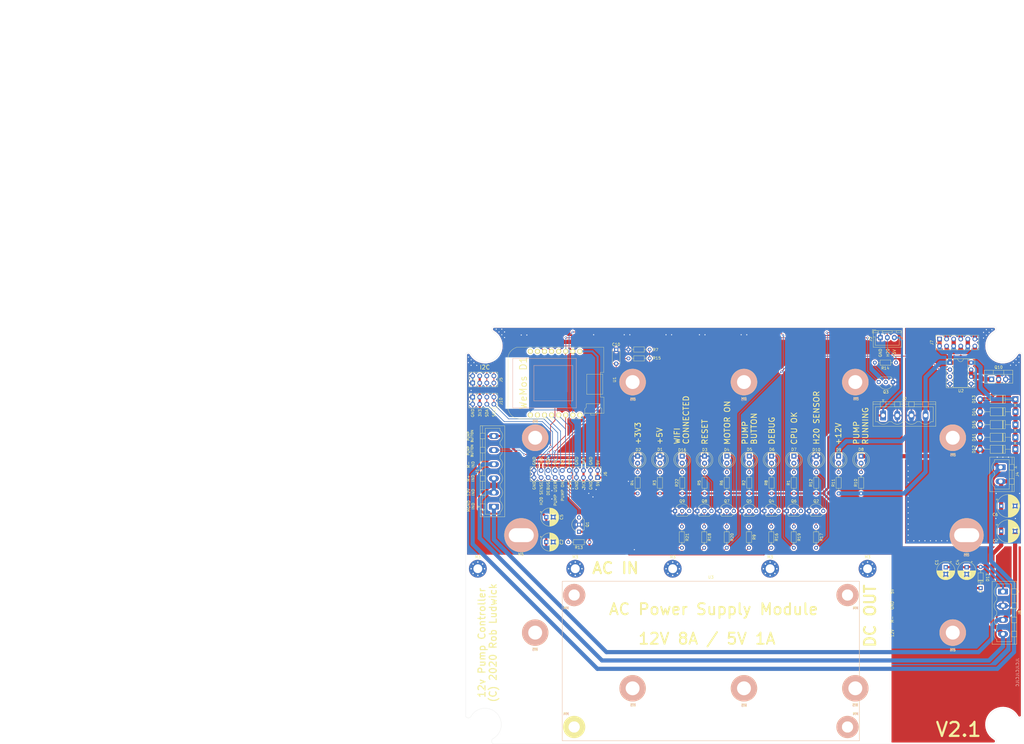
<source format=kicad_pcb>
(kicad_pcb (version 20171130) (host pcbnew 5.1.7-a382d34a8~87~ubuntu20.04.1)
  (title_block (title "12V Pump Controller Board") (date 2020-04-11) (rev RC1))
  (layers (0 F.Cu signal) (31 B.Cu signal) (34 B.Paste user) (35 F.Paste user) (36 B.SilkS user) (37 F.SilkS user) (38 B.Mask user) (39 F.Mask user) (44 Edge.Cuts user))
  (net 0 "")
  (net 1 SIGNAL_GND)
  (net 2 +5V)
  (net 3 +3V3)
  (net 4 MOTOR-)
  (net 5 "Net-(D1-Pad2)")
  (net 6 "Net-(D2-Pad2)")
  (net 7 "Net-(D3-Pad2)")
  (net 8 "Net-(D4-Pad2)")
  (net 9 "Net-(D5-Pad2)")
  (net 10 "Net-(D6-Pad2)")
  (net 11 "Net-(D7-Pad2)")
  (net 12 "Net-(D8-Pad2)")
  (net 13 "Net-(D9-Pad2)")
  (net 14 "Net-(D10-Pad2)")
  (net 15 MOTOR+)
  (net 16 PUMP_USER_SIG)
  (net 17 SENSOR_OUT)
  (net 18 RESET)
  (net 19 WATER_PRESENT)
  (net 20 CPU_OK)
  (net 21 SDA)
  (net 22 SCL)
  (net 23 "Net-(D4-Pad1)")
  (net 24 "Net-(D5-Pad1)")
  (net 25 "Net-(D6-Pad1)")
  (net 26 "Net-(D7-Pad1)")
  (net 27 PUMP_BUTTON)
  (net 28 "Net-(Q2-Pad2)")
  (net 29 "Net-(Q4-Pad2)")
  (net 30 "Net-(Q6-Pad2)")
  (net 31 "Net-(Q7-Pad2)")
  (net 32 "Net-(Q8-Pad2)")
  (net 33 "Net-(D16-Pad2)")
  (net 34 "Net-(D16-Pad1)")
  (net 35 WIFI)
  (net 36 "Net-(Q9-Pad2)")
  (net 37 "Net-(Q5-Pad2)")
  (net 38 "Net-(Q3-Pad2)")
  (net 39 MOTOR_ON)
  (net 40 MOTOR_GND)
  (net 41 PIN_D5)
  (net 42 /MOS_IN)
  (net 43 +5VIN)
  (net 44 "Net-(U1-Pad10)")
  (net 45 "Net-(U1-Pad8)")
  (net 46 "Net-(U1-Pad7)")
  (net 47 "Net-(U2-Pad3)")
  (net 48 DEBUG)
  (module pump-controller:D1_mini_board (layer F.Cu) (at 64.7 33.4 90)
    (fp_text reference U1 (at 1.27 18.81 -90) (layer F.SilkS))
    (fp_text value WeMos_mini)
    (fp_text user "WeMos D1" (at 0 -13.97 90) (layer F.SilkS) (effects (font (size 2.5 2.5) (thickness 0.3))))
    (pad 8 thru_hole circle (at 11.43 -11.43 90) (size 1.8 1.8) (drill 1.016) (layers *.Cu *.Mask F.SilkS) (net 45 "Net-(U1-Pad8)"))
    (pad 7 thru_hole circle (at 11.43 -8.89 90) (size 1.8 1.8) (drill 1.016) (layers *.Cu *.Mask F.SilkS) (net 46 "Net-(U1-Pad7)"))
    (pad 6 thru_hole circle (at 11.43 -6.35 90) (size 1.8 1.8) (drill 1.016) (layers *.Cu *.Mask F.SilkS) (net 22 SCL))
    (pad 5 thru_hole circle (at 11.43 -3.81 90) (size 1.8 1.8) (drill 1.016) (layers *.Cu *.Mask F.SilkS) (net 21 SDA))
    (pad 4 thru_hole circle (at 11.43 -1.27 90) (size 1.8 1.8) (drill 1.016) (layers *.Cu *.Mask F.SilkS) (net 16 PUMP_USER_SIG))
    (pad 3 thru_hole circle (at 11.43 1.27 90) (size 1.8 1.8) (drill 1.016) (layers *.Cu *.Mask F.SilkS) (net 19 WATER_PRESENT))
    (pad 2 thru_hole circle (at 11.43 3.81 90) (size 1.8 1.8) (drill 1.016) (layers *.Cu *.Mask F.SilkS) (net 1 SIGNAL_GND))
    (pad 1 thru_hole circle (at 11.43 6.35 90) (size 1.8 1.8) (drill 1.016) (layers *.Cu *.Mask F.SilkS) (net 2 +5V))
    (pad 16 thru_hole circle (at -11.43 6.35 90) (size 1.8 1.8) (drill 1.016) (layers *.Cu *.Mask F.SilkS) (net 3 +3V3))
    (pad 15 thru_hole circle (at -11.43 3.81 90) (size 1.8 1.8) (drill 1.016) (layers *.Cu *.Mask F.SilkS) (net 20 CPU_OK))
    (pad 14 thru_hole circle (at -11.43 1.27 90) (size 1.8 1.8) (drill 1.016) (layers *.Cu *.Mask F.SilkS) (net 48 DEBUG))
    (pad 13 thru_hole circle (at -11.43 -1.27 90) (size 1.8 1.8) (drill 1.016) (layers *.Cu *.Mask F.SilkS) (net 35 WIFI))
    (pad 12 thru_hole circle (at -11.43 -3.81 90) (size 1.8 1.8) (drill 1.016) (layers *.Cu *.Mask F.SilkS) (net 41 PIN_D5))
    (pad 11 thru_hole circle (at -11.43 -6.35 90) (size 1.8 1.8) (drill 1.016) (layers *.Cu *.Mask F.SilkS) (net 39 MOTOR_ON))
    (pad 10 thru_hole circle (at -11.43 -8.89 90) (size 1.8 1.8) (drill 1.016) (layers *.Cu *.Mask F.SilkS) (net 44 "Net-(U1-Pad10)"))
    (pad 9 thru_hole circle (at -11.43 -11.43 90) (size 1.8 1.8) (drill 1.016) (layers *.Cu *.Mask F.SilkS) (net 18 RESET))
  )
  (module Connector_Phoenix_MSTB:PhoenixContact_MSTBVA_2,5_4-G-5,08_1x04_P5.08mm_Vertical (layer F.Cu) (at 223.04 108.25 270)
    (fp_text reference J8 (at 7.62 -6 90) (layer F.SilkS))
    (fp_text value "Power In Terminal")
    (pad 4 thru_hole oval (at 15.24 0 270) (size 2.08 3.6) (drill 1.4) (layers *.Cu *.Mask) (net 15 MOTOR+))
    (pad 3 thru_hole oval (at 10.16 0 270) (size 2.08 3.6) (drill 1.4) (layers *.Cu *.Mask) (net 40 MOTOR_GND))
    (pad 2 thru_hole oval (at 5.08 0 270) (size 2.08 3.6) (drill 1.4) (layers *.Cu *.Mask) (net 1 SIGNAL_GND))
    (pad 1 thru_hole roundrect (at 0 0 270) (size 2.08 3.6) (drill 1.4) (layers *.Cu *.Mask) (roundrect_rratio 0.120192) (net 43 +5VIN))
  )
  (module Connector_Phoenix_MSTB:PhoenixContact_MSTBVA_2,5_2-G-5,08_1x02_P5.08mm_Vertical (layer F.Cu) (at 222.2 63.6 270)
    (fp_text reference J4 (at 2.54 -6 90) (layer F.SilkS))
    (fp_text value "Motor Connector")
    (pad 2 thru_hole oval (at 5.08 0 270) (size 2.08 3.6) (drill 1.4) (layers *.Cu *.Mask) (net 15 MOTOR+))
    (pad 1 thru_hole roundrect (at 0 0 270) (size 2.08 3.6) (drill 1.4) (layers *.Cu *.Mask) (roundrect_rratio 0.120192) (net 4 MOTOR-))
  )
  (module Connector_Phoenix_MSTB:PhoenixContact_MSTBVA_2,5_4-G-5,08_1x04_P5.08mm_Vertical (layer F.Cu) (at 180 45)
    (fp_text reference J2 (at 7.62 -6) (layer F.SilkS))
    (fp_text value "Power Out Terminal")
    (pad 4 thru_hole oval (at 15.24 0) (size 2.08 3.6) (drill 1.4) (layers *.Cu *.Mask) (net 15 MOTOR+))
    (pad 3 thru_hole oval (at 10.16 0) (size 2.08 3.6) (drill 1.4) (layers *.Cu *.Mask) (net 40 MOTOR_GND))
    (pad 2 thru_hole oval (at 5.08 0) (size 2.08 3.6) (drill 1.4) (layers *.Cu *.Mask) (net 1 SIGNAL_GND))
    (pad 1 thru_hole roundrect (at 0 0) (size 2.08 3.6) (drill 1.4) (layers *.Cu *.Mask) (roundrect_rratio 0.120192) (net 2 +5V))
  )
  (module Connector_Phoenix_MSTB:PhoenixContact_MSTBVA_2,5_6-G-5,08_1x06_P5.08mm_Vertical (layer F.Cu) (at 40.16 77.77 90)
    (fp_text reference J1 (at 12.7 -6 90) (layer F.SilkS))
    (fp_text value "Button Terminal")
    (pad 6 thru_hole oval (at 25.4 0 90) (size 2.08 3.6) (drill 1.4) (layers *.Cu *.Mask) (net 3 +3V3))
    (pad 5 thru_hole oval (at 20.32 0 90) (size 2.08 3.6) (drill 1.4) (layers *.Cu *.Mask) (net 27 PUMP_BUTTON))
    (pad 4 thru_hole oval (at 15.24 0 90) (size 2.08 3.6) (drill 1.4) (layers *.Cu *.Mask) (net 4 MOTOR-))
    (pad 3 thru_hole oval (at 10.16 0 90) (size 2.08 3.6) (drill 1.4) (layers *.Cu *.Mask) (net 15 MOTOR+))
    (pad 2 thru_hole oval (at 5.08 0 90) (size 2.08 3.6) (drill 1.4) (layers *.Cu *.Mask) (net 15 MOTOR+))
    (pad 1 thru_hole roundrect (at 0 0 90) (size 2.08 3.6) (drill 1.4) (layers *.Cu *.Mask) (roundrect_rratio 0.120192) (net 40 MOTOR_GND))
  )
  (module "" (layer F.Cu) (at -137 -104)
    (fp_text reference "" (at 174.4 100.05) (layer F.SilkS) (effects (font (size 1.27 1.27))))
    (fp_text value "" (at 174.4 100.05) (layer F.SilkS) (effects (font (size 1.27 1.27))))
    (fp_text user M5 (at 267 143) (layer F.SilkS))
  )
  (module MountingHole:MountingHole_3.2mm_M3_Pad_Via (layer F.Cu) (at 174.4 100.05)
    (fp_text reference M3 (at 0 -4.2) (layer F.SilkS))
    (fp_text value MountingHole_3.2mm_M3_Pad_Via)
    (pad 1 thru_hole circle (at 0 0) (size 6.4 6.4) (drill 3.2) (layers *.Cu *.Mask))
    (pad 1 thru_hole circle (at 2.4 0) (size 0.8 0.8) (drill 0.5) (layers *.Cu *.Mask))
    (pad 1 thru_hole circle (at 1.697056 1.697056) (size 0.8 0.8) (drill 0.5) (layers *.Cu *.Mask))
    (pad 1 thru_hole circle (at 0 2.4) (size 0.8 0.8) (drill 0.5) (layers *.Cu *.Mask))
    (pad 1 thru_hole circle (at -1.697056 1.697056) (size 0.8 0.8) (drill 0.5) (layers *.Cu *.Mask))
    (pad 1 thru_hole circle (at -2.4 0) (size 0.8 0.8) (drill 0.5) (layers *.Cu *.Mask))
    (pad 1 thru_hole circle (at -1.697056 -1.697056) (size 0.8 0.8) (drill 0.5) (layers *.Cu *.Mask))
    (pad 1 thru_hole circle (at 0 -2.4) (size 0.8 0.8) (drill 0.5) (layers *.Cu *.Mask))
    (pad 1 thru_hole circle (at 1.697056 -1.697056) (size 0.8 0.8) (drill 0.5) (layers *.Cu *.Mask))
  )
  (module MountingHole:MountingHole_3.2mm_M3_Pad_Via (layer F.Cu) (at 139.4 100.05)
    (fp_text reference M3 (at 0 -4.2) (layer F.SilkS))
    (fp_text value MountingHole_3.2mm_M3_Pad_Via)
    (pad 1 thru_hole circle (at 0 0) (size 6.4 6.4) (drill 3.2) (layers *.Cu *.Mask))
    (pad 1 thru_hole circle (at 2.4 0) (size 0.8 0.8) (drill 0.5) (layers *.Cu *.Mask))
    (pad 1 thru_hole circle (at 1.697056 1.697056) (size 0.8 0.8) (drill 0.5) (layers *.Cu *.Mask))
    (pad 1 thru_hole circle (at 0 2.4) (size 0.8 0.8) (drill 0.5) (layers *.Cu *.Mask))
    (pad 1 thru_hole circle (at -1.697056 1.697056) (size 0.8 0.8) (drill 0.5) (layers *.Cu *.Mask))
    (pad 1 thru_hole circle (at -2.4 0) (size 0.8 0.8) (drill 0.5) (layers *.Cu *.Mask))
    (pad 1 thru_hole circle (at -1.697056 -1.697056) (size 0.8 0.8) (drill 0.5) (layers *.Cu *.Mask))
    (pad 1 thru_hole circle (at 0 -2.4) (size 0.8 0.8) (drill 0.5) (layers *.Cu *.Mask))
    (pad 1 thru_hole circle (at 1.697056 -1.697056) (size 0.8 0.8) (drill 0.5) (layers *.Cu *.Mask))
  )
  (module MountingHole:MountingHole_3.2mm_M3_Pad_Via (layer F.Cu) (at 104.4 100.05)
    (fp_text reference M3 (at 0 -4.2) (layer F.SilkS))
    (fp_text value MountingHole_3.2mm_M3_Pad_Via)
    (pad 1 thru_hole circle (at 0 0) (size 6.4 6.4) (drill 3.2) (layers *.Cu *.Mask))
    (pad 1 thru_hole circle (at 2.4 0) (size 0.8 0.8) (drill 0.5) (layers *.Cu *.Mask))
    (pad 1 thru_hole circle (at 1.697056 1.697056) (size 0.8 0.8) (drill 0.5) (layers *.Cu *.Mask))
    (pad 1 thru_hole circle (at 0 2.4) (size 0.8 0.8) (drill 0.5) (layers *.Cu *.Mask))
    (pad 1 thru_hole circle (at -1.697056 1.697056) (size 0.8 0.8) (drill 0.5) (layers *.Cu *.Mask))
    (pad 1 thru_hole circle (at -2.4 0) (size 0.8 0.8) (drill 0.5) (layers *.Cu *.Mask))
    (pad 1 thru_hole circle (at -1.697056 -1.697056) (size 0.8 0.8) (drill 0.5) (layers *.Cu *.Mask))
    (pad 1 thru_hole circle (at 0 -2.4) (size 0.8 0.8) (drill 0.5) (layers *.Cu *.Mask))
    (pad 1 thru_hole circle (at 1.697056 -1.697056) (size 0.8 0.8) (drill 0.5) (layers *.Cu *.Mask))
  )
  (module MountingHole:MountingHole_3.2mm_M3_Pad_Via (layer F.Cu) (at 69.4 100.05)
    (fp_text reference M3 (at 0 -4.2) (layer F.SilkS))
    (fp_text value MountingHole_3.2mm_M3_Pad_Via)
    (pad 1 thru_hole circle (at 0 0) (size 6.4 6.4) (drill 3.2) (layers *.Cu *.Mask))
    (pad 1 thru_hole circle (at 2.4 0) (size 0.8 0.8) (drill 0.5) (layers *.Cu *.Mask))
    (pad 1 thru_hole circle (at 1.697056 1.697056) (size 0.8 0.8) (drill 0.5) (layers *.Cu *.Mask))
    (pad 1 thru_hole circle (at 0 2.4) (size 0.8 0.8) (drill 0.5) (layers *.Cu *.Mask))
    (pad 1 thru_hole circle (at -1.697056 1.697056) (size 0.8 0.8) (drill 0.5) (layers *.Cu *.Mask))
    (pad 1 thru_hole circle (at -2.4 0) (size 0.8 0.8) (drill 0.5) (layers *.Cu *.Mask))
    (pad 1 thru_hole circle (at -1.697056 -1.697056) (size 0.8 0.8) (drill 0.5) (layers *.Cu *.Mask))
    (pad 1 thru_hole circle (at 0 -2.4) (size 0.8 0.8) (drill 0.5) (layers *.Cu *.Mask))
    (pad 1 thru_hole circle (at 1.697056 -1.697056) (size 0.8 0.8) (drill 0.5) (layers *.Cu *.Mask))
  )
  (module MountingHole:MountingHole_3.2mm_M3_Pad_Via (layer F.Cu) (at 34.4 100.05)
    (fp_text reference M3 (at 0 -4.2) (layer F.SilkS))
    (fp_text value MountingHole_3.2mm_M3_Pad_Via)
    (pad 1 thru_hole circle (at 1.697056 -1.697056) (size 0.8 0.8) (drill 0.5) (layers *.Cu *.Mask))
    (pad 1 thru_hole circle (at 0 -2.4) (size 0.8 0.8) (drill 0.5) (layers *.Cu *.Mask))
    (pad 1 thru_hole circle (at -1.697056 -1.697056) (size 0.8 0.8) (drill 0.5) (layers *.Cu *.Mask))
    (pad 1 thru_hole circle (at -2.4 0) (size 0.8 0.8) (drill 0.5) (layers *.Cu *.Mask))
    (pad 1 thru_hole circle (at -1.697056 1.697056) (size 0.8 0.8) (drill 0.5) (layers *.Cu *.Mask))
    (pad 1 thru_hole circle (at 0 2.4) (size 0.8 0.8) (drill 0.5) (layers *.Cu *.Mask))
    (pad 1 thru_hole circle (at 1.697056 1.697056) (size 0.8 0.8) (drill 0.5) (layers *.Cu *.Mask))
    (pad 1 thru_hole circle (at 2.4 0) (size 0.8 0.8) (drill 0.5) (layers *.Cu *.Mask))
    (pad 1 thru_hole circle (at 0 0) (size 6.4 6.4) (drill 3.2) (layers *.Cu *.Mask))
  )
  (module pump-controller:12V8A_5V1A_supply (layer F.Cu) (at 118.1 133.2)
    (fp_text reference U3 (at 0 -30.1) (layer F.SilkS))
    (fp_text value 12V8A_5V1A_supply)
    (fp_text user M4 (at 52 -19) (layer B.SilkS) (effects (justify mirror)))
    (fp_text user M4 (at 52 -19) (layer F.SilkS))
    (fp_text user M4 (at 52 19) (layer B.SilkS) (effects (justify mirror)))
    (fp_text user M4 (at 52 19) (layer F.SilkS))
    (fp_text user M4 (at -52 19) (layer B.SilkS) (effects (justify mirror)))
    (fp_text user M4 (at -52 19) (layer F.SilkS))
    (fp_text user M4 (at -52 -19) (layer B.SilkS) (effects (justify mirror)))
    (fp_text user M4 (at -52 -19) (layer F.SilkS))
    (fp_text user "12V 8A / 5V 1A" (at -1.4 -8) (layer F.SilkS) (effects (font (size 4 4) (thickness 0.65))))
    (fp_text user "AC Power Supply Module" (at 1 -18.6) (layer F.SilkS) (effects (font (size 4 4) (thickness 0.65))))
    (fp_text user "DC OUT" (at 57.2 -16.2 270) (layer F.SilkS) (effects (font (size 4 4) (thickness 0.75))))
    (fp_text user "AC IN" (at -34.24868 -33.37264) (layer F.SilkS) (effects (font (size 4 4) (thickness 0.75))))
    (pad "" np_thru_hole circle (at -49.095 -23.7) (size 4 4) (drill 4) (layers *.Cu *.Mask))
    (pad "" np_thru_hole circle (at -49.095 23.7) (size 4 4) (drill 4) (layers *.Cu *.Mask))
    (pad "" np_thru_hole circle (at 49.095 23.7) (size 4 4) (drill 4) (layers *.Cu *.Mask))
    (pad "" np_thru_hole circle (at 49.095 -23.7) (size 4 4) (drill 4) (layers *.Cu *.Mask))
  )
  (module Package_TO_SOT_THT:TO-92_Inline_Wide (layer F.Cu) (at 105.2466 79.3278)
    (fp_text reference Q9 (at 2.54 -3.56) (layer F.SilkS))
    (fp_text value 2N3904)
    (pad 1 thru_hole rect (at 0 0 90) (size 1.5 1.5) (drill 0.8) (layers *.Cu *.Mask) (net 1 SIGNAL_GND))
    (pad 3 thru_hole circle (at 5.08 0 90) (size 1.5 1.5) (drill 0.8) (layers *.Cu *.Mask) (net 34 "Net-(D16-Pad1)"))
    (pad 2 thru_hole circle (at 2.54 0 90) (size 1.5 1.5) (drill 0.8) (layers *.Cu *.Mask) (net 36 "Net-(Q9-Pad2)"))
  )
  (module Package_TO_SOT_THT:TO-92_Inline_Wide (layer F.Cu) (at 113.2466 79.3278)
    (fp_text reference Q8 (at 2.54 -3.56) (layer F.SilkS))
    (fp_text value 2N3904)
    (pad 1 thru_hole rect (at 0 0 90) (size 1.5 1.5) (drill 0.8) (layers *.Cu *.Mask) (net 1 SIGNAL_GND))
    (pad 3 thru_hole circle (at 5.08 0 90) (size 1.5 1.5) (drill 0.8) (layers *.Cu *.Mask) (net 7 "Net-(D3-Pad2)"))
    (pad 2 thru_hole circle (at 2.54 0 90) (size 1.5 1.5) (drill 0.8) (layers *.Cu *.Mask) (net 32 "Net-(Q8-Pad2)"))
  )
  (module Package_TO_SOT_THT:TO-92_Inline_Wide (layer F.Cu) (at 121.27808 79.3278)
    (fp_text reference Q7 (at 2.54 -3.56) (layer F.SilkS))
    (fp_text value 2N3904)
    (pad 1 thru_hole rect (at 0 0 90) (size 1.5 1.5) (drill 0.8) (layers *.Cu *.Mask) (net 1 SIGNAL_GND))
    (pad 3 thru_hole circle (at 5.08 0 90) (size 1.5 1.5) (drill 0.8) (layers *.Cu *.Mask) (net 23 "Net-(D4-Pad1)"))
    (pad 2 thru_hole circle (at 2.54 0 90) (size 1.5 1.5) (drill 0.8) (layers *.Cu *.Mask) (net 31 "Net-(Q7-Pad2)"))
  )
  (module Package_TO_SOT_THT:TO-92_Inline_Wide (layer F.Cu) (at 145.37252 79.3278)
    (fp_text reference Q6 (at 2.54 -3.56) (layer F.SilkS))
    (fp_text value 2N3904)
    (pad 1 thru_hole rect (at 0 0 90) (size 1.5 1.5) (drill 0.8) (layers *.Cu *.Mask) (net 1 SIGNAL_GND))
    (pad 3 thru_hole circle (at 5.08 0 90) (size 1.5 1.5) (drill 0.8) (layers *.Cu *.Mask) (net 26 "Net-(D7-Pad1)"))
    (pad 2 thru_hole circle (at 2.54 0 90) (size 1.5 1.5) (drill 0.8) (layers *.Cu *.Mask) (net 30 "Net-(Q6-Pad2)"))
  )
  (module Package_TO_SOT_THT:TO-92_Inline_Wide (layer F.Cu) (at 129.30956 79.3278)
    (fp_text reference Q5 (at 2.54 -3.56) (layer F.SilkS))
    (fp_text value 2N3904)
    (pad 1 thru_hole rect (at 0 0 90) (size 1.5 1.5) (drill 0.8) (layers *.Cu *.Mask) (net 1 SIGNAL_GND))
    (pad 3 thru_hole circle (at 5.08 0 90) (size 1.5 1.5) (drill 0.8) (layers *.Cu *.Mask) (net 24 "Net-(D5-Pad1)"))
    (pad 2 thru_hole circle (at 2.54 0 90) (size 1.5 1.5) (drill 0.8) (layers *.Cu *.Mask) (net 37 "Net-(Q5-Pad2)"))
  )
  (module Package_TO_SOT_THT:TO-92_Inline_Wide (layer F.Cu) (at 137.34104 79.3278)
    (fp_text reference Q4 (at 2.54 -3.56) (layer F.SilkS))
    (fp_text value 2N3904)
    (pad 1 thru_hole rect (at 0 0 90) (size 1.5 1.5) (drill 0.8) (layers *.Cu *.Mask) (net 1 SIGNAL_GND))
    (pad 3 thru_hole circle (at 5.08 0 90) (size 1.5 1.5) (drill 0.8) (layers *.Cu *.Mask) (net 25 "Net-(D6-Pad1)"))
    (pad 2 thru_hole circle (at 2.54 0 90) (size 1.5 1.5) (drill 0.8) (layers *.Cu *.Mask) (net 29 "Net-(Q4-Pad2)"))
  )
  (module Package_TO_SOT_THT:TO-92_Inline_Wide (layer F.Cu) (at 183.5 33 180)
    (fp_text reference Q3 (at 2.54 -3.56) (layer F.SilkS))
    (fp_text value 2N3904)
    (pad 1 thru_hole rect (at 0 0 270) (size 1.5 1.5) (drill 0.8) (layers *.Cu *.Mask) (net 1 SIGNAL_GND))
    (pad 3 thru_hole circle (at 5.08 0 270) (size 1.5 1.5) (drill 0.8) (layers *.Cu *.Mask) (net 19 WATER_PRESENT))
    (pad 2 thru_hole circle (at 2.54 0 270) (size 1.5 1.5) (drill 0.8) (layers *.Cu *.Mask) (net 38 "Net-(Q3-Pad2)"))
  )
  (module Package_TO_SOT_THT:TO-92_Inline_Wide (layer F.Cu) (at 153.404 79.3278)
    (fp_text reference Q2 (at 2.54 -3.56) (layer F.SilkS))
    (fp_text value 2N3904)
    (pad 1 thru_hole rect (at 0 0 90) (size 1.5 1.5) (drill 0.8) (layers *.Cu *.Mask) (net 1 SIGNAL_GND))
    (pad 3 thru_hole circle (at 5.08 0 90) (size 1.5 1.5) (drill 0.8) (layers *.Cu *.Mask) (net 14 "Net-(D10-Pad2)"))
    (pad 2 thru_hole circle (at 2.54 0 90) (size 1.5 1.5) (drill 0.8) (layers *.Cu *.Mask) (net 28 "Net-(Q2-Pad2)"))
  )
  (module Package_DIP:DIP-8_W7.62mm_Socket (layer F.Cu) (at 204 26)
    (fp_text reference U2 (at 3.935 10.135 180) (layer F.SilkS))
    (fp_text value TC4422)
    (pad 8 thru_hole oval (at 7.62 0) (size 1.6 1.6) (drill 0.8) (layers *.Cu *.Mask) (net 15 MOTOR+))
    (pad 4 thru_hole oval (at 0 7.62) (size 1.6 1.6) (drill 0.8) (layers *.Cu *.Mask) (net 40 MOTOR_GND))
    (pad 7 thru_hole oval (at 7.62 2.54) (size 1.6 1.6) (drill 0.8) (layers *.Cu *.Mask) (net 42 /MOS_IN))
    (pad 3 thru_hole oval (at 0 5.08) (size 1.6 1.6) (drill 0.8) (layers *.Cu *.Mask) (net 47 "Net-(U2-Pad3)"))
    (pad 6 thru_hole oval (at 7.62 5.08) (size 1.6 1.6) (drill 0.8) (layers *.Cu *.Mask) (net 42 /MOS_IN))
    (pad 2 thru_hole oval (at 0 2.54) (size 1.6 1.6) (drill 0.8) (layers *.Cu *.Mask) (net 39 MOTOR_ON))
    (pad 5 thru_hole oval (at 7.62 7.62) (size 1.6 1.6) (drill 0.8) (layers *.Cu *.Mask) (net 40 MOTOR_GND))
    (pad 1 thru_hole rect (at 0 0) (size 1.6 1.6) (drill 0.8) (layers *.Cu *.Mask) (net 15 MOTOR+))
  )
  (module Resistor_THT:R_Axial_DIN0204_L3.6mm_D1.6mm_P7.62mm_Horizontal (layer F.Cu) (at 131.8 84.9 270)
    (fp_text reference R9 (at 3.81 -1.92 90) (layer F.SilkS))
    (fp_text value R)
    (pad 2 thru_hole oval (at 7.62 0 270) (size 1.4 1.4) (drill 0.7) (layers *.Cu *.Mask) (net 16 PUMP_USER_SIG))
    (pad 1 thru_hole circle (at 0 0 270) (size 1.4 1.4) (drill 0.7) (layers *.Cu *.Mask) (net 37 "Net-(Q5-Pad2)"))
  )
  (module Resistor_THT:R_Axial_DIN0204_L3.6mm_D1.6mm_P7.62mm_Horizontal (layer F.Cu) (at 107.822222 73 90)
    (fp_text reference R22 (at 3.81 -1.92 90) (layer F.SilkS))
    (fp_text value 330)
    (pad 2 thru_hole oval (at 7.62 0 90) (size 1.4 1.4) (drill 0.7) (layers *.Cu *.Mask) (net 33 "Net-(D16-Pad2)"))
    (pad 1 thru_hole circle (at 0 0 90) (size 1.4 1.4) (drill 0.7) (layers *.Cu *.Mask) (net 2 +5V))
  )
  (module Resistor_THT:R_Axial_DIN0204_L3.6mm_D1.6mm_P7.62mm_Horizontal (layer F.Cu) (at 107.7 84.9 270)
    (fp_text reference R21 (at 3.81 -1.92 90) (layer F.SilkS))
    (fp_text value R)
    (pad 2 thru_hole oval (at 7.62 0 270) (size 1.4 1.4) (drill 0.7) (layers *.Cu *.Mask) (net 35 WIFI))
    (pad 1 thru_hole circle (at 0 0 270) (size 1.4 1.4) (drill 0.7) (layers *.Cu *.Mask) (net 36 "Net-(Q9-Pad2)"))
  )
  (module LED_THT:LED_D5.0mm (layer F.Cu) (at 107.8 59.6 270)
    (fp_text reference D16 (at -2.2 0 180) (layer F.SilkS))
    (fp_text value LED)
    (pad 2 thru_hole circle (at 2.54 0 270) (size 1.8 1.8) (drill 0.9) (layers *.Cu *.Mask) (net 33 "Net-(D16-Pad2)"))
    (pad 1 thru_hole rect (at 0 0 270) (size 1.8 1.8) (drill 0.9) (layers *.Cu *.Mask) (net 34 "Net-(D16-Pad1)"))
  )
  (module Connector_PinSocket_2.54mm:PinSocket_2x04_P2.54mm_Vertical (layer F.Cu) (at 32.54 38.4 90)
    (fp_text reference J10 (at -1.5 10.16 90) (layer F.SilkS))
    (fp_text value "I2C Header 1")
    (pad 8 thru_hole oval (at -2.54 7.62 90) (size 1.7 1.7) (drill 1) (layers *.Cu *.Mask) (net 22 SCL))
    (pad 7 thru_hole oval (at 0 7.62 90) (size 1.7 1.7) (drill 1) (layers *.Cu *.Mask) (net 22 SCL))
    (pad 6 thru_hole oval (at -2.54 5.08 90) (size 1.7 1.7) (drill 1) (layers *.Cu *.Mask) (net 21 SDA))
    (pad 5 thru_hole oval (at 0 5.08 90) (size 1.7 1.7) (drill 1) (layers *.Cu *.Mask) (net 21 SDA))
    (pad 4 thru_hole oval (at -2.54 2.54 90) (size 1.7 1.7) (drill 1) (layers *.Cu *.Mask) (net 3 +3V3))
    (pad 3 thru_hole oval (at 0 2.54 90) (size 1.7 1.7) (drill 1) (layers *.Cu *.Mask) (net 3 +3V3))
    (pad 2 thru_hole oval (at -2.54 0 90) (size 1.7 1.7) (drill 1) (layers *.Cu *.Mask) (net 1 SIGNAL_GND))
    (pad 1 thru_hole rect (at 0 0 90) (size 1.7 1.7) (drill 1) (layers *.Cu *.Mask) (net 1 SIGNAL_GND))
  )
  (module Resistor_THT:R_Axial_DIN0204_L3.6mm_D1.6mm_P7.62mm_Horizontal (layer F.Cu) (at 123.8 84.9 270)
    (fp_text reference R20 (at 3.81 -1.92 90) (layer F.SilkS))
    (fp_text value R)
    (pad 2 thru_hole oval (at 7.62 0 270) (size 1.4 1.4) (drill 0.7) (layers *.Cu *.Mask) (net 39 MOTOR_ON))
    (pad 1 thru_hole circle (at 0 0 270) (size 1.4 1.4) (drill 0.7) (layers *.Cu *.Mask) (net 31 "Net-(Q7-Pad2)"))
  )
  (module Resistor_THT:R_Axial_DIN0204_L3.6mm_D1.6mm_P7.62mm_Horizontal (layer F.Cu) (at 147.9 84.9 270)
    (fp_text reference R19 (at 3.81 -1.92 90) (layer F.SilkS))
    (fp_text value R)
    (pad 2 thru_hole oval (at 7.62 0 270) (size 1.4 1.4) (drill 0.7) (layers *.Cu *.Mask) (net 20 CPU_OK))
    (pad 1 thru_hole circle (at 0 0 270) (size 1.4 1.4) (drill 0.7) (layers *.Cu *.Mask) (net 30 "Net-(Q6-Pad2)"))
  )
  (module Resistor_THT:R_Axial_DIN0204_L3.6mm_D1.6mm_P7.62mm_Horizontal (layer F.Cu) (at 115.7 84.9 270)
    (fp_text reference R18 (at 3.81 -1.92 90) (layer F.SilkS))
    (fp_text value R)
    (pad 2 thru_hole oval (at 7.62 0 270) (size 1.4 1.4) (drill 0.7) (layers *.Cu *.Mask) (net 18 RESET))
    (pad 1 thru_hole circle (at 0 0 270) (size 1.4 1.4) (drill 0.7) (layers *.Cu *.Mask) (net 32 "Net-(Q8-Pad2)"))
  )
  (module Resistor_THT:R_Axial_DIN0204_L3.6mm_D1.6mm_P7.62mm_Horizontal (layer F.Cu) (at 155.9 84.9 270)
    (fp_text reference R17 (at 3.81 -1.92 90) (layer F.SilkS))
    (fp_text value R)
    (pad 2 thru_hole oval (at 7.62 0 270) (size 1.4 1.4) (drill 0.7) (layers *.Cu *.Mask) (net 17 SENSOR_OUT))
    (pad 1 thru_hole circle (at 0 0 270) (size 1.4 1.4) (drill 0.7) (layers *.Cu *.Mask) (net 28 "Net-(Q2-Pad2)"))
  )
  (module Resistor_THT:R_Axial_DIN0204_L3.6mm_D1.6mm_P7.62mm_Horizontal (layer F.Cu) (at 139.8 84.9 270)
    (fp_text reference R16 (at 3.81 -1.92 90) (layer F.SilkS))
    (fp_text value R)
    (pad 2 thru_hole oval (at 7.62 0 270) (size 1.4 1.4) (drill 0.7) (layers *.Cu *.Mask) (net 48 DEBUG))
    (pad 1 thru_hole circle (at 0 0 270) (size 1.4 1.4) (drill 0.7) (layers *.Cu *.Mask) (net 29 "Net-(Q4-Pad2)"))
  )
  (module Resistor_THT:R_Axial_DIN0204_L3.6mm_D1.6mm_P7.62mm_Horizontal (layer F.Cu) (at 74.5 90.5 180)
    (fp_text reference R13 (at 3.81 -1.92) (layer F.SilkS))
    (fp_text value 10k)
    (pad 2 thru_hole oval (at 7.62 0 180) (size 1.4 1.4) (drill 0.7) (layers *.Cu *.Mask) (net 19 WATER_PRESENT))
    (pad 1 thru_hole circle (at 0 0 180) (size 1.4 1.4) (drill 0.7) (layers *.Cu *.Mask) (net 3 +3V3))
  )
  (module Resistor_THT:R_Axial_DIN0204_L3.6mm_D1.6mm_P7.62mm_Horizontal (layer F.Cu) (at 155.95 73 90)
    (fp_text reference R12 (at 3.81 -1.92 90) (layer F.SilkS))
    (fp_text value 330)
    (pad 2 thru_hole oval (at 7.62 0 90) (size 1.4 1.4) (drill 0.7) (layers *.Cu *.Mask) (net 14 "Net-(D10-Pad2)"))
    (pad 1 thru_hole circle (at 0 0 90) (size 1.4 1.4) (drill 0.7) (layers *.Cu *.Mask) (net 2 +5V))
  )
  (module Resistor_THT:R_Axial_DIN0204_L3.6mm_D1.6mm_P7.62mm_Horizontal (layer F.Cu) (at 164 73 90)
    (fp_text reference R11 (at 3.81 -1.92 90) (layer F.SilkS))
    (fp_text value R)
    (pad 2 thru_hole oval (at 7.62 0 90) (size 1.4 1.4) (drill 0.7) (layers *.Cu *.Mask) (net 13 "Net-(D9-Pad2)"))
    (pad 1 thru_hole circle (at 0 0 90) (size 1.4 1.4) (drill 0.7) (layers *.Cu *.Mask) (net 15 MOTOR+))
  )
  (module Resistor_THT:R_Axial_DIN0204_L3.6mm_D1.6mm_P7.62mm_Horizontal (layer F.Cu) (at 172.065554 73 90)
    (fp_text reference R10 (at 3.81 -1.92 90) (layer F.SilkS))
    (fp_text value R)
    (pad 2 thru_hole oval (at 7.62 0 90) (size 1.4 1.4) (drill 0.7) (layers *.Cu *.Mask) (net 12 "Net-(D8-Pad2)"))
    (pad 1 thru_hole circle (at 0 0 90) (size 1.4 1.4) (drill 0.7) (layers *.Cu *.Mask) (net 15 MOTOR+))
  )
  (module Resistor_THT:R_Axial_DIN0204_L3.6mm_D1.6mm_P7.62mm_Horizontal (layer F.Cu) (at 139.91111 73 90)
    (fp_text reference R8 (at 3.81 -1.92 90) (layer F.SilkS))
    (fp_text value 330)
    (pad 2 thru_hole oval (at 7.62 0 90) (size 1.4 1.4) (drill 0.7) (layers *.Cu *.Mask) (net 10 "Net-(D6-Pad2)"))
    (pad 1 thru_hole circle (at 0 0 90) (size 1.4 1.4) (drill 0.7) (layers *.Cu *.Mask) (net 2 +5V))
  )
  (module Resistor_THT:R_Axial_DIN0204_L3.6mm_D1.6mm_P7.62mm_Horizontal (layer F.Cu) (at 123.866666 73 90)
    (fp_text reference R6 (at 3.81 -1.92 90) (layer F.SilkS))
    (fp_text value 330)
    (pad 2 thru_hole oval (at 7.62 0 90) (size 1.4 1.4) (drill 0.7) (layers *.Cu *.Mask) (net 8 "Net-(D4-Pad2)"))
    (pad 1 thru_hole circle (at 0 0 90) (size 1.4 1.4) (drill 0.7) (layers *.Cu *.Mask) (net 2 +5V))
  )
  (module Resistor_THT:R_Axial_DIN0204_L3.6mm_D1.6mm_P7.62mm_Horizontal (layer F.Cu) (at 115.844444 73 90)
    (fp_text reference R5 (at 3.81 -1.92 90) (layer F.SilkS))
    (fp_text value 330)
    (pad 2 thru_hole oval (at 7.62 0 90) (size 1.4 1.4) (drill 0.7) (layers *.Cu *.Mask) (net 7 "Net-(D3-Pad2)"))
    (pad 1 thru_hole circle (at 0 0 90) (size 1.4 1.4) (drill 0.7) (layers *.Cu *.Mask) (net 2 +5V))
  )
  (module Resistor_THT:R_Axial_DIN0204_L3.6mm_D1.6mm_P7.62mm_Horizontal (layer F.Cu) (at 99.822222 73 90)
    (fp_text reference R3 (at 3.81 -1.92 90) (layer F.SilkS))
    (fp_text value R)
    (pad 2 thru_hole oval (at 7.62 0 90) (size 1.4 1.4) (drill 0.7) (layers *.Cu *.Mask) (net 5 "Net-(D1-Pad2)"))
    (pad 1 thru_hole circle (at 0 0 90) (size 1.4 1.4) (drill 0.7) (layers *.Cu *.Mask) (net 2 +5V))
  )
  (module Resistor_THT:R_Axial_DIN0204_L3.6mm_D1.6mm_P7.62mm_Horizontal (layer F.Cu) (at 91.8 73 90)
    (fp_text reference R4 (at 3.81 -1.92 90) (layer F.SilkS))
    (fp_text value R)
    (pad 2 thru_hole oval (at 7.62 0 90) (size 1.4 1.4) (drill 0.7) (layers *.Cu *.Mask) (net 6 "Net-(D2-Pad2)"))
    (pad 1 thru_hole circle (at 0 0 90) (size 1.4 1.4) (drill 0.7) (layers *.Cu *.Mask) (net 3 +3V3))
  )
  (module Resistor_THT:R_Axial_DIN0204_L3.6mm_D1.6mm_P7.62mm_Horizontal (layer F.Cu) (at 131.888888 73 90)
    (fp_text reference R2 (at 3.81 -1.92 90) (layer F.SilkS))
    (fp_text value 330)
    (pad 2 thru_hole oval (at 7.62 0 90) (size 1.4 1.4) (drill 0.7) (layers *.Cu *.Mask) (net 9 "Net-(D5-Pad2)"))
    (pad 1 thru_hole circle (at 0 0 90) (size 1.4 1.4) (drill 0.7) (layers *.Cu *.Mask) (net 2 +5V))
  )
  (module Resistor_THT:R_Axial_DIN0204_L3.6mm_D1.6mm_P7.62mm_Horizontal (layer F.Cu) (at 147.933332 73 90)
    (fp_text reference R1 (at 3.81 -1.92 90) (layer F.SilkS))
    (fp_text value 330)
    (pad 2 thru_hole oval (at 7.62 0 90) (size 1.4 1.4) (drill 0.7) (layers *.Cu *.Mask) (net 11 "Net-(D7-Pad2)"))
    (pad 1 thru_hole circle (at 0 0 90) (size 1.4 1.4) (drill 0.7) (layers *.Cu *.Mask) (net 2 +5V))
  )
  (module Connector_PinSocket_2.54mm:PinSocket_2x10_P2.54mm_Vertical (layer F.Cu) (at 77.44 67.3 270)
    (fp_text reference J6 (at -1.27 -2.77 90) (layer F.SilkS))
    (fp_text value "Digital Connector")
    (pad 20 thru_hole oval (at -2.54 22.86 270) (size 1.7 1.7) (drill 1) (layers *.Cu *.Mask) (net 1 SIGNAL_GND))
    (pad 19 thru_hole oval (at 0 22.86 270) (size 1.7 1.7) (drill 1) (layers *.Cu *.Mask) (net 1 SIGNAL_GND))
    (pad 18 thru_hole oval (at -2.54 20.32 270) (size 1.7 1.7) (drill 1) (layers *.Cu *.Mask) (net 3 +3V3))
    (pad 17 thru_hole oval (at 0 20.32 270) (size 1.7 1.7) (drill 1) (layers *.Cu *.Mask) (net 19 WATER_PRESENT))
    (pad 16 thru_hole oval (at -2.54 17.78 270) (size 1.7 1.7) (drill 1) (layers *.Cu *.Mask) (net 21 SDA))
    (pad 15 thru_hole oval (at 0 17.78 270) (size 1.7 1.7) (drill 1) (layers *.Cu *.Mask) (net 48 DEBUG))
    (pad 14 thru_hole oval (at -2.54 15.24 270) (size 1.7 1.7) (drill 1) (layers *.Cu *.Mask) (net 22 SCL))
    (pad 13 thru_hole oval (at 0 15.24 270) (size 1.7 1.7) (drill 1) (layers *.Cu *.Mask) (net 16 PUMP_USER_SIG))
    (pad 12 thru_hole oval (at -2.54 12.7 270) (size 1.7 1.7) (drill 1) (layers *.Cu *.Mask) (net 41 PIN_D5))
    (pad 11 thru_hole oval (at 0 12.7 270) (size 1.7 1.7) (drill 1) (layers *.Cu *.Mask) (net 39 MOTOR_ON))
    (pad 10 thru_hole oval (at -2.54 10.16 270) (size 1.7 1.7) (drill 1) (layers *.Cu *.Mask) (net 35 WIFI))
    (pad 9 thru_hole oval (at 0 10.16 270) (size 1.7 1.7) (drill 1) (layers *.Cu *.Mask) (net 18 RESET))
    (pad 8 thru_hole oval (at -2.54 7.62 270) (size 1.7 1.7) (drill 1) (layers *.Cu *.Mask) (net 1 SIGNAL_GND))
    (pad 7 thru_hole oval (at 0 7.62 270) (size 1.7 1.7) (drill 1) (layers *.Cu *.Mask) (net 1 SIGNAL_GND))
    (pad 6 thru_hole oval (at -2.54 5.08 270) (size 1.7 1.7) (drill 1) (layers *.Cu *.Mask) (net 3 +3V3))
    (pad 5 thru_hole oval (at 0 5.08 270) (size 1.7 1.7) (drill 1) (layers *.Cu *.Mask) (net 3 +3V3))
    (pad 4 thru_hole oval (at -2.54 2.54 270) (size 1.7 1.7) (drill 1) (layers *.Cu *.Mask) (net 1 SIGNAL_GND))
    (pad 3 thru_hole oval (at 0 2.54 270) (size 1.7 1.7) (drill 1) (layers *.Cu *.Mask) (net 1 SIGNAL_GND))
    (pad 2 thru_hole oval (at -2.54 0 270) (size 1.7 1.7) (drill 1) (layers *.Cu *.Mask) (net 2 +5V))
    (pad 1 thru_hole rect (at 0 0 270) (size 1.7 1.7) (drill 1) (layers *.Cu *.Mask) (net 2 +5V))
  )
  (module LED_THT:LED_D5.0mm (layer F.Cu) (at 131.888888 59.6 270)
    (fp_text reference D5 (at -2.371 -0.092112 180) (layer F.SilkS))
    (fp_text value LED)
    (pad 2 thru_hole circle (at 2.54 0 270) (size 1.8 1.8) (drill 0.9) (layers *.Cu *.Mask) (net 9 "Net-(D5-Pad2)"))
    (pad 1 thru_hole rect (at 0 0 270) (size 1.8 1.8) (drill 0.9) (layers *.Cu *.Mask) (net 24 "Net-(D5-Pad1)"))
  )
  (module Capacitor_THT:CP_Radial_D6.3mm_P2.50mm (layer F.Cu) (at 202.5 99.5 270)
    (fp_text reference C1 (at -1.75 3.25 270) (layer F.SilkS))
    (fp_text value 100uf)
    (pad 2 thru_hole circle (at 2.5 0 270) (size 1.6 1.6) (drill 0.8) (layers *.Cu *.Mask) (net 1 SIGNAL_GND))
    (pad 1 thru_hole rect (at 0 0 270) (size 1.6 1.6) (drill 0.8) (layers *.Cu *.Mask) (net 43 +5VIN))
  )
  (module Capacitor_THT:CP_Radial_D6.3mm_P2.50mm (layer F.Cu) (at 58.98 90.45)
    (fp_text reference C2 (at 5.5 0 -90) (layer F.SilkS))
    (fp_text value 100uf)
    (pad 2 thru_hole circle (at 2.5 0) (size 1.6 1.6) (drill 0.8) (layers *.Cu *.Mask) (net 1 SIGNAL_GND))
    (pad 1 thru_hole rect (at 0 0) (size 1.6 1.6) (drill 0.8) (layers *.Cu *.Mask) (net 3 +3V3))
  )
  (module LED_THT:LED_D5.0mm (layer F.Cu) (at 91.8 59.6 270)
    (fp_text reference D2 (at -2.2948 -0.2532 180) (layer F.SilkS))
    (fp_text value LED)
    (pad 2 thru_hole circle (at 2.54 0 270) (size 1.8 1.8) (drill 0.9) (layers *.Cu *.Mask) (net 6 "Net-(D2-Pad2)"))
    (pad 1 thru_hole rect (at 0 0 270) (size 1.8 1.8) (drill 0.9) (layers *.Cu *.Mask) (net 1 SIGNAL_GND))
  )
  (module LED_THT:LED_D5.0mm (layer F.Cu) (at 99.822222 59.6 270)
    (fp_text reference D1 (at -2.371 -0.028778 180) (layer F.SilkS))
    (fp_text value LED)
    (pad 2 thru_hole circle (at 2.54 0 270) (size 1.8 1.8) (drill 0.9) (layers *.Cu *.Mask) (net 5 "Net-(D1-Pad2)"))
    (pad 1 thru_hole rect (at 0 0 270) (size 1.8 1.8) (drill 0.9) (layers *.Cu *.Mask) (net 1 SIGNAL_GND))
  )
  (module LED_THT:LED_D5.0mm (layer F.Cu) (at 115.844444 59.6 270)
    (fp_text reference D3 (at -2.3 -0.055556 180) (layer F.SilkS))
    (fp_text value LED)
    (pad 2 thru_hole circle (at 2.54 0 270) (size 1.8 1.8) (drill 0.9) (layers *.Cu *.Mask) (net 7 "Net-(D3-Pad2)"))
    (pad 1 thru_hole rect (at 0 0 270) (size 1.8 1.8) (drill 0.9) (layers *.Cu *.Mask) (net 1 SIGNAL_GND))
  )
  (module LED_THT:LED_D5.0mm (layer F.Cu) (at 123.866666 59.6 270)
    (fp_text reference D4 (at -2.3 0.066666 180) (layer F.SilkS))
    (fp_text value LED)
    (pad 2 thru_hole circle (at 2.54 0 270) (size 1.8 1.8) (drill 0.9) (layers *.Cu *.Mask) (net 8 "Net-(D4-Pad2)"))
    (pad 1 thru_hole rect (at 0 0 270) (size 1.8 1.8) (drill 0.9) (layers *.Cu *.Mask) (net 23 "Net-(D4-Pad1)"))
  )
  (module LED_THT:LED_D5.0mm (layer F.Cu) (at 139.91111 59.6 270)
    (fp_text reference D6 (at -2.371 -0.12169 180) (layer F.SilkS))
    (fp_text value LED)
    (pad 2 thru_hole circle (at 2.54 0 270) (size 1.8 1.8) (drill 0.9) (layers *.Cu *.Mask) (net 10 "Net-(D6-Pad2)"))
    (pad 1 thru_hole rect (at 0 0 270) (size 1.8 1.8) (drill 0.9) (layers *.Cu *.Mask) (net 25 "Net-(D6-Pad1)"))
  )
  (module LED_THT:LED_D5.0mm (layer F.Cu) (at 147.933332 59.6 270)
    (fp_text reference D7 (at -2.371 0.001132) (layer F.SilkS))
    (fp_text value LED)
    (pad 2 thru_hole circle (at 2.54 0 270) (size 1.8 1.8) (drill 0.9) (layers *.Cu *.Mask) (net 11 "Net-(D7-Pad2)"))
    (pad 1 thru_hole rect (at 0 0 270) (size 1.8 1.8) (drill 0.9) (layers *.Cu *.Mask) (net 26 "Net-(D7-Pad1)"))
  )
  (module LED_THT:LED_D5.0mm (layer F.Cu) (at 172.06 59.6 270)
    (fp_text reference D8 (at -2.37 0 180) (layer F.SilkS))
    (fp_text value LED)
    (pad 2 thru_hole circle (at 2.54 0 270) (size 1.8 1.8) (drill 0.9) (layers *.Cu *.Mask) (net 12 "Net-(D8-Pad2)"))
    (pad 1 thru_hole rect (at 0 0 270) (size 1.8 1.8) (drill 0.9) (layers *.Cu *.Mask) (net 4 MOTOR-))
  )
  (module LED_THT:LED_D5.0mm (layer F.Cu) (at 164 59.6 270)
    (fp_text reference D9 (at -2.25 0 180) (layer F.SilkS))
    (fp_text value LED)
    (pad 2 thru_hole circle (at 2.54 0 270) (size 1.8 1.8) (drill 0.9) (layers *.Cu *.Mask) (net 13 "Net-(D9-Pad2)"))
    (pad 1 thru_hole rect (at 0 0 270) (size 1.8 1.8) (drill 0.9) (layers *.Cu *.Mask) (net 40 MOTOR_GND))
  )
  (module LED_THT:LED_D5.0mm (layer F.Cu) (at 155.95 59.6 270)
    (fp_text reference D10 (at -2.2948 -0.0594) (layer F.SilkS))
    (fp_text value LED)
    (pad 2 thru_hole circle (at 2.54 0 270) (size 1.8 1.8) (drill 0.9) (layers *.Cu *.Mask) (net 14 "Net-(D10-Pad2)"))
    (pad 1 thru_hole rect (at 0 0 270) (size 1.8 1.8) (drill 0.9) (layers *.Cu *.Mask) (net 1 SIGNAL_GND))
  )
  (module Diode_THT:D_DO-41_SOD81_P12.70mm_Horizontal (layer F.Cu) (at 227.504999 52.87 180)
    (fp_text reference D11 (at 14.896319 0.00136 90) (layer F.SilkS))
    (fp_text value D_Schottky)
    (fp_text user K (at 0 -2.1) (layer F.SilkS))
    (pad 2 thru_hole oval (at 12.7 0 180) (size 2.2 2.2) (drill 1.1) (layers *.Cu *.Mask) (net 4 MOTOR-))
    (pad 1 thru_hole rect (at 0 0 180) (size 2.2 2.2) (drill 1.1) (layers *.Cu *.Mask) (net 15 MOTOR+))
  )
  (module Diode_THT:D_DO-41_SOD81_P12.70mm_Horizontal (layer F.Cu) (at 227.504999 57.144999 180)
    (fp_text reference D12 (at 14.931879 0.029479 90) (layer F.SilkS))
    (fp_text value D_Schottky)
    (pad 2 thru_hole oval (at 12.7 0 180) (size 2.2 2.2) (drill 1.1) (layers *.Cu *.Mask) (net 4 MOTOR-))
    (pad 1 thru_hole rect (at 0 0 180) (size 2.2 2.2) (drill 1.1) (layers *.Cu *.Mask) (net 15 MOTOR+))
  )
  (module Diode_THT:D_DO-41_SOD81_P12.70mm_Horizontal (layer F.Cu) (at 227.53 39.17 180)
    (fp_text reference D13 (at 14.96704 -0.01792 90) (layer F.SilkS))
    (fp_text value D_Schottky)
    (fp_text user K (at 0 -2.1) (layer F.SilkS))
    (pad 2 thru_hole oval (at 12.7 0 180) (size 2.2 2.2) (drill 1.1) (layers *.Cu *.Mask) (net 4 MOTOR-))
    (pad 1 thru_hole rect (at 0 0 180) (size 2.2 2.2) (drill 1.1) (layers *.Cu *.Mask) (net 15 MOTOR+))
  )
  (module Diode_THT:D_DO-41_SOD81_P12.70mm_Horizontal (layer F.Cu) (at 227.53 43.67 180)
    (fp_text reference D14 (at 14.94164 -0.09528 90) (layer F.SilkS))
    (fp_text value D_Schottky)
    (pad 2 thru_hole oval (at 12.7 0 180) (size 2.2 2.2) (drill 1.1) (layers *.Cu *.Mask) (net 4 MOTOR-))
    (pad 1 thru_hole rect (at 0 0 180) (size 2.2 2.2) (drill 1.1) (layers *.Cu *.Mask) (net 15 MOTOR+))
  )
  (module Diode_THT:D_DO-41_SOD81_P12.70mm_Horizontal (layer F.Cu) (at 227.53 48.27 180)
    (fp_text reference D15 (at 14.92132 0.00384 90) (layer F.SilkS))
    (fp_text value D_Schottky)
    (fp_text user K (at 0 -2.1) (layer F.SilkS))
    (pad 2 thru_hole oval (at 12.7 0 180) (size 2.2 2.2) (drill 1.1) (layers *.Cu *.Mask) (net 4 MOTOR-))
    (pad 1 thru_hole rect (at 0 0 180) (size 2.2 2.2) (drill 1.1) (layers *.Cu *.Mask) (net 15 MOTOR+))
  )
  (module Connector_JST:JST_XH_B3B-XH-A_1x03_P2.50mm_Vertical (layer F.Cu) (at 179 17)
    (fp_text reference J3 (at -3.596 0.56134 -90) (layer F.SilkS))
    (fp_text value "Water Sensor Connector")
    (pad 3 thru_hole oval (at 5 0) (size 1.7 1.95) (drill 0.95) (layers *.Cu *.Mask) (net 2 +5V))
    (pad 2 thru_hole oval (at 2.5 0) (size 1.7 1.95) (drill 0.95) (layers *.Cu *.Mask) (net 17 SENSOR_OUT))
    (pad 1 thru_hole roundrect (at 0 0) (size 1.7 1.95) (drill 0.95) (layers *.Cu *.Mask) (roundrect_rratio 0.147059) (net 1 SIGNAL_GND))
  )
  (module Connector_PinSocket_2.54mm:PinSocket_2x06_P2.54mm_Vertical (layer F.Cu) (at 200.25 17.54 90)
    (fp_text reference J7 (at -1.27 -2.77 90) (layer F.SilkS))
    (fp_text value "Motor Connector")
    (pad 12 thru_hole oval (at -2.54 12.7 90) (size 1.7 1.7) (drill 1) (layers *.Cu *.Mask) (net 4 MOTOR-))
    (pad 11 thru_hole oval (at 0 12.7 90) (size 1.7 1.7) (drill 1) (layers *.Cu *.Mask) (net 40 MOTOR_GND))
    (pad 10 thru_hole oval (at -2.54 10.16 90) (size 1.7 1.7) (drill 1) (layers *.Cu *.Mask) (net 15 MOTOR+))
    (pad 9 thru_hole oval (at 0 10.16 90) (size 1.7 1.7) (drill 1) (layers *.Cu *.Mask) (net 15 MOTOR+))
    (pad 8 thru_hole oval (at -2.54 7.62 90) (size 1.7 1.7) (drill 1) (layers *.Cu *.Mask) (net 4 MOTOR-))
    (pad 7 thru_hole oval (at 0 7.62 90) (size 1.7 1.7) (drill 1) (layers *.Cu *.Mask) (net 40 MOTOR_GND))
    (pad 6 thru_hole oval (at -2.54 5.08 90) (size 1.7 1.7) (drill 1) (layers *.Cu *.Mask) (net 15 MOTOR+))
    (pad 5 thru_hole oval (at 0 5.08 90) (size 1.7 1.7) (drill 1) (layers *.Cu *.Mask) (net 15 MOTOR+))
    (pad 4 thru_hole oval (at -2.54 2.54 90) (size 1.7 1.7) (drill 1) (layers *.Cu *.Mask) (net 4 MOTOR-))
    (pad 3 thru_hole oval (at 0 2.54 90) (size 1.7 1.7) (drill 1) (layers *.Cu *.Mask) (net 40 MOTOR_GND))
    (pad 2 thru_hole oval (at -2.54 0 90) (size 1.7 1.7) (drill 1) (layers *.Cu *.Mask) (net 15 MOTOR+))
    (pad 1 thru_hole rect (at 0 0 90) (size 1.7 1.7) (drill 1) (layers *.Cu *.Mask) (net 15 MOTOR+))
  )
  (module Capacitor_THT:CP_Radial_D6.3mm_P2.50mm (layer F.Cu) (at 210 99.5 270)
    (fp_text reference C4 (at -1.75 3.25 270) (layer F.SilkS))
    (fp_text value 100uf)
    (pad 2 thru_hole circle (at 2.5 0 270) (size 1.6 1.6) (drill 0.8) (layers *.Cu *.Mask) (net 1 SIGNAL_GND))
    (pad 1 thru_hole rect (at 0 0 270) (size 1.6 1.6) (drill 0.8) (layers *.Cu *.Mask) (net 43 +5VIN))
  )
  (module Capacitor_THT:CP_Radial_D6.3mm_P2.50mm (layer F.Cu) (at 58.98 81.5)
    (fp_text reference C5 (at 5.5 0 -90) (layer F.SilkS))
    (fp_text value 100uf)
    (pad 2 thru_hole circle (at 2.5 0) (size 1.6 1.6) (drill 0.8) (layers *.Cu *.Mask) (net 1 SIGNAL_GND))
    (pad 1 thru_hole rect (at 0 0) (size 1.6 1.6) (drill 0.8) (layers *.Cu *.Mask) (net 3 +3V3))
  )
  (module Capacitor_THT:CP_Radial_D8.0mm_P5.00mm (layer F.Cu) (at 222.4 77.5)
    (fp_text reference C6 (at -2.15 3.1) (layer F.SilkS))
    (fp_text value 1000uF)
    (pad 2 thru_hole circle (at 5 0) (size 1.6 1.6) (drill 0.8) (layers *.Cu *.Mask) (net 40 MOTOR_GND))
    (pad 1 thru_hole rect (at 0 0) (size 1.6 1.6) (drill 0.8) (layers *.Cu *.Mask) (net 15 MOTOR+))
  )
  (module Capacitor_THT:CP_Radial_D8.0mm_P5.00mm (layer F.Cu) (at 222.4 86.6)
    (fp_text reference C7 (at -1.99644 3.39852) (layer F.SilkS))
    (fp_text value 1000uF)
    (pad 2 thru_hole circle (at 5 0) (size 1.6 1.6) (drill 0.8) (layers *.Cu *.Mask) (net 40 MOTOR_GND))
    (pad 1 thru_hole rect (at 0 0) (size 1.6 1.6) (drill 0.8) (layers *.Cu *.Mask) (net 15 MOTOR+))
  )
  (module Resistor_THT:R_Axial_DIN0204_L3.6mm_D1.6mm_P7.62mm_Horizontal (layer F.Cu) (at 96.1 21.3 180)
    (fp_text reference R7 (at -2.15138 -0.10922) (layer F.SilkS))
    (fp_text value 1k)
    (pad 2 thru_hole oval (at 7.62 0 180) (size 1.4 1.4) (drill 0.7) (layers *.Cu *.Mask) (net 1 SIGNAL_GND))
    (pad 1 thru_hole circle (at 0 0 180) (size 1.4 1.4) (drill 0.7) (layers *.Cu *.Mask) (net 27 PUMP_BUTTON))
  )
  (module Resistor_THT:R_Axial_DIN0204_L3.6mm_D1.6mm_P7.62mm_Horizontal (layer F.Cu) (at 177 26)
    (fp_text reference R14 (at 3.75 2) (layer F.SilkS))
    (fp_text value R)
    (pad 2 thru_hole oval (at 7.62 0) (size 1.4 1.4) (drill 0.7) (layers *.Cu *.Mask) (net 17 SENSOR_OUT))
    (pad 1 thru_hole circle (at 0 0) (size 1.4 1.4) (drill 0.7) (layers *.Cu *.Mask) (net 38 "Net-(Q3-Pad2)"))
  )
  (module Resistor_THT:R_Axial_DIN0204_L3.6mm_D1.6mm_P7.62mm_Horizontal (layer F.Cu) (at 88.5 24.5)
    (fp_text reference R15 (at 10.2 -0.12192) (layer F.SilkS))
    (fp_text value 1k)
    (pad 2 thru_hole oval (at 7.62 0) (size 1.4 1.4) (drill 0.7) (layers *.Cu *.Mask) (net 27 PUMP_BUTTON))
    (pad 1 thru_hole circle (at 0 0) (size 1.4 1.4) (drill 0.7) (layers *.Cu *.Mask) (net 16 PUMP_USER_SIG))
  )
  (module Connector_PinHeader_2.54mm:PinHeader_2x04_P2.54mm_Vertical (layer F.Cu) (at 32.54 33.32 90)
    (fp_text reference J5 (at 1.12 10.16 90) (layer F.SilkS))
    (fp_text value "I2C Header 2")
    (pad 8 thru_hole oval (at 2.54 7.62 90) (size 1.7 1.7) (drill 1) (layers *.Cu *.Mask) (net 22 SCL))
    (pad 7 thru_hole oval (at 0 7.62 90) (size 1.7 1.7) (drill 1) (layers *.Cu *.Mask) (net 22 SCL))
    (pad 6 thru_hole oval (at 2.54 5.08 90) (size 1.7 1.7) (drill 1) (layers *.Cu *.Mask) (net 21 SDA))
    (pad 5 thru_hole oval (at 0 5.08 90) (size 1.7 1.7) (drill 1) (layers *.Cu *.Mask) (net 21 SDA))
    (pad 4 thru_hole oval (at 2.54 2.54 90) (size 1.7 1.7) (drill 1) (layers *.Cu *.Mask) (net 3 +3V3))
    (pad 3 thru_hole oval (at 0 2.54 90) (size 1.7 1.7) (drill 1) (layers *.Cu *.Mask) (net 3 +3V3))
    (pad 2 thru_hole oval (at 2.54 0 90) (size 1.7 1.7) (drill 1) (layers *.Cu *.Mask) (net 1 SIGNAL_GND))
    (pad 1 thru_hole rect (at 0 0 90) (size 1.7 1.7) (drill 1) (layers *.Cu *.Mask) (net 1 SIGNAL_GND))
  )
  (module Capacitor_THT:C_Disc_D4.7mm_W2.5mm_P5.00mm (layer F.Cu) (at 84.1 26.4 90)
    (fp_text reference C10 (at 6.9 -0.0381) (layer F.SilkS))
    (fp_text value 22nF)
    (pad 2 thru_hole circle (at 5 0 90) (size 1.6 1.6) (drill 0.8) (layers *.Cu *.Mask) (net 1 SIGNAL_GND))
    (pad 1 thru_hole circle (at 0 0 90) (size 1.6 1.6) (drill 0.8) (layers *.Cu *.Mask) (net 16 PUMP_USER_SIG))
  )
  (module Package_TO_SOT_THT:TO-92_Inline_Wide (layer F.Cu) (at 70.75 86.75 90)
    (fp_text reference Q1 (at 2.6 3 90) (layer F.SilkS))
    (fp_text value AZ7033Z-E1)
    (pad 1 thru_hole rect (at 0 0 180) (size 1.5 1.5) (drill 0.8) (layers *.Cu *.Mask) (net 3 +3V3))
    (pad 3 thru_hole circle (at 5.08 0 180) (size 1.5 1.5) (drill 0.8) (layers *.Cu *.Mask) (net 18 RESET))
    (pad 2 thru_hole circle (at 2.54 0 180) (size 1.5 1.5) (drill 0.8) (layers *.Cu *.Mask) (net 1 SIGNAL_GND))
  )
  (module Package_TO_SOT_THT:TO-220-3_Vertical (layer F.Cu) (at 218.92 32)
    (fp_text reference Q10 (at 2.54 -4.318 180) (layer F.SilkS))
    (fp_text value VNP5N07)
    (pad 3 thru_hole oval (at 5.08 0) (size 1.905 2) (drill 1.1) (layers *.Cu *.Mask) (net 40 MOTOR_GND))
    (pad 2 thru_hole oval (at 2.54 0) (size 1.905 2) (drill 1.1) (layers *.Cu *.Mask) (net 4 MOTOR-))
    (pad 1 thru_hole rect (at 0 0) (size 1.905 2) (drill 1.1) (layers *.Cu *.Mask) (net 42 /MOS_IN))
  )
  (module "pump controller:MountingHole_5mm" (layer F.Cu) (at 55 53)
    (fp_text reference M5 (at 0.04948 -5.9) (layer F.SilkS))
    (fp_text value MountingHole_5mm)
    (fp_text user M5 (at 0 -5.9) (layer B.SilkS) (effects (justify mirror)))
    (pad 1 np_thru_hole circle (at 0 0) (size 5 5) (drill 5) (layers *.Cu *.Mask))
  )
  (module "pump controller:MountingHole_5mm" (layer F.Cu) (at 170 143)
    (fp_text reference M5 (at -0.03076 5.97636) (layer F.SilkS))
    (fp_text value MountingHole_5mm)
    (fp_text user M5 (at -0.01044 6.04748) (layer B.SilkS) (effects (justify mirror)))
    (pad 1 np_thru_hole circle (at 0 0) (size 5 5) (drill 5) (layers *.Cu *.Mask))
  )
  (module "pump controller:MountingHole_5mm" (layer F.Cu) (at 130 143)
    (fp_text reference M5 (at 0.0252 6.08812) (layer F.SilkS))
    (fp_text value MountingHole_5mm)
    (fp_text user M5 (at 0.06076 6.12368) (layer B.SilkS) (effects (justify mirror)))
    (pad 1 np_thru_hole circle (at 0 0) (size 5 5) (drill 5) (layers *.Cu *.Mask))
  )
  (module "pump controller:MountingHole_5mm" (layer F.Cu) (at 90 143)
    (fp_text reference M5 (at 0.13704 6.02208) (layer F.SilkS))
    (fp_text value MountingHole_5mm)
    (fp_text user M5 (at 0.1726 5.98652) (layer B.SilkS) (effects (justify mirror)))
    (pad 1 np_thru_hole circle (at 0 0) (size 5 5) (drill 5) (layers *.Cu *.Mask))
  )
  (module "pump controller:MountingHole_5mm" (layer F.Cu) (at 205 123)
    (fp_text reference M5 (at 0.02124 6.21516) (layer F.SilkS))
    (fp_text value MountingHole_5mm)
    (fp_text user M5 (at -0.0702 6.21516) (layer B.SilkS) (effects (justify mirror)))
    (pad 1 np_thru_hole circle (at 0 0) (size 5 5) (drill 5) (layers *.Cu *.Mask))
  )
  (module "pump controller:MountingHole_5mm" (layer F.Cu) (at 55 123)
    (fp_text reference M5 (at -0.01148 6.0018) (layer F.SilkS))
    (fp_text value MountingHole_5mm)
    (fp_text user M5 (at -0.06228 6.04244) (layer B.SilkS) (effects (justify mirror)))
    (pad 1 np_thru_hole circle (at 0 0) (size 5 5) (drill 5) (layers *.Cu *.Mask))
  )
  (module "pump controller:MountingHole_5mm" (layer F.Cu) (at 205 53)
    (fp_text reference M5 (at 0.1076 6.14164) (layer F.SilkS))
    (fp_text value MountingHole_5mm)
    (fp_text user M5 (at 0.03648 6.1518) (layer B.SilkS) (effects (justify mirror)))
    (pad 1 np_thru_hole circle (at 0 0) (size 5 5) (drill 5) (layers *.Cu *.Mask))
  )
  (module "pump controller:MountingHole_5mm" (layer F.Cu) (at 170 33)
    (fp_text reference M5 (at 0.25372 6.02992) (layer F.SilkS))
    (fp_text value MountingHole_5mm)
    (pad 1 np_thru_hole circle (at 0 0) (size 5 5) (drill 5) (layers *.Cu *.Mask))
  )
  (module "pump controller:MountingHole_5mm" (layer F.Cu) (at 130 33)
    (fp_text reference M5 (at 40.21308 5.9842) (layer B.SilkS) (effects (justify mirror)))
    (fp_text value MountingHole_5mm)
    (fp_text user M5 (at -0.0002 6.22296) (layer B.SilkS) (effects (justify mirror)))
    (pad 1 np_thru_hole circle (at 0 0) (size 5 5) (drill 5) (layers *.Cu *.Mask))
  )
  (module "pump controller:MountingHole_5mm" (layer F.Cu) (at 90 33)
    (fp_text reference M5 (at 0.15228 6.15184) (layer F.SilkS))
    (fp_text value MountingHole_5mm)
    (fp_text user M5 (at 0.05576 6.17216) (layer B.SilkS) (effects (justify mirror)))
    (pad 1 np_thru_hole circle (at 0 0) (size 5 5) (drill 5) (layers *.Cu *.Mask))
  )
  (module "pump controller:MountingHole_5x9mm" (layer F.Cu) (at 210 88)
    (fp_text reference M5 (at -0.04608 7.08264) (layer F.SilkS))
    (fp_text value MountingHole_5x9mm)
    (fp_text user M5 (at -0.08164 7.1182) (layer B.SilkS) (effects (justify mirror)))
    (pad "" np_thru_hole oval (at 0 0) (size 9 5) (drill oval 9 5) (layers *.Cu *.Mask))
  )
  (module "pump controller:MountingHole_5x9mm" (layer F.Cu) (at 50 88)
    (fp_text reference M5 (at -0.12196 6.85912) (layer F.SilkS))
    (fp_text value MountingHole_5x9mm)
    (pad "" np_thru_hole oval (at 0 0) (size 9 5) (drill oval 9 5) (layers *.Cu *.Mask))
  )
  (module Diode_THT:D_DO-34_SOD68_P7.62mm_Horizontal (layer F.Cu) (at 215 107 90)
    (fp_text reference D17 (at 3.81 2.54 90) (layer F.SilkS))
    (fp_text value D_Schottky)
    (fp_text user K (at -1.27 0 90) (layer F.SilkS))
    (pad 1 thru_hole rect (at 0 0 90) (size 1.5 1.5) (drill 0.75) (layers *.Cu *.Mask) (net 2 +5V))
    (pad 2 thru_hole oval (at 7.62 0 90) (size 1.5 1.5) (drill 0.75) (layers *.Cu *.Mask) (net 43 +5VIN))
  )
  (gr_text "GND\n" (at 69.92998 61.308913 90) (layer F.SilkS) (effects (font (size 1 1))))
  (gr_text "PUMP\nRUNNING" (at 172 55.6 90) (layer F.SilkS) (effects (font (size 2 2) (thickness 0.3)) (justify left)))
  (gr_line (start 230 23) (end 230 153) (layer Edge.Cuts) (width 0.05))
  (gr_arc (start 223 20) (end 228 23) (angle 208.0724869) (layer Edge.Cuts) (width 0.05))
  (gr_arc (start 219.6 14) (end 220 15) (angle -136.397181) (layer Edge.Cuts) (width 0.05))
  (gr_text "+12V\n" (at 163.9 51.6 90) (layer F.SilkS) (effects (font (size 2 2) (thickness 0.3))))
  (gr_text "WIFI\nCONNECTED\n" (at 107.6 55.5 90) (layer F.SilkS) (effects (font (size 2 2) (thickness 0.3)) (justify left)))
  (gr_arc (start 40.4 14) (end 40 13) (angle -136.397181) (layer Edge.Cuts) (width 0.05))
  (gr_text "3V3\n" (at 57.14616 61.45177 90) (layer F.SilkS) (effects (font (size 1 1))))
  (gr_text V2.1 (at 207.07102 157.81302) (layer F.SilkS) (effects (font (size 5 5) (thickness 0.8))))
  (gr_text "12v Pump Controller\n(C) 2020 Rob Ludwick\n" (at 37.8359 126.65484 90) (layer F.SilkS) (effects (font (size 2.5 2.5) (thickness 0.4))))
  (gr_text JLCJLCJLCJLC (at 228.23938 137.2568 90) (layer B.SilkS) (effects (font (size 1 1)) (justify mirror)))
  (gr_text I2C (at 36.9 27.7) (layer F.SilkS) (effects (font (size 1.5 1.5) (thickness 0.225))))
  (gr_text "+5V\n" (at 184 22.75 90) (layer F.SilkS) (effects (font (size 1 1))))
  (gr_text "H20\n\n" (at 182.5 24 90) (layer F.SilkS) (effects (font (size 1 1)) (justify left)))
  (gr_text "GND\n" (at 179 22.5 90) (layer F.SilkS) (effects (font (size 1 1))))
  (gr_text "MGND\nIND" (at 31.92184 77.56402 90) (layer F.SilkS) (effects (font (size 1 1))))
  (gr_text "12V\nIND\n" (at 31.91168 72.62118 90) (layer F.SilkS) (effects (font (size 1 1))))
  (gr_text "M+\nIND\n" (at 31.85834 67.5869 90) (layer F.SilkS) (effects (font (size 1 1))))
  (gr_text "M-\nIND\n" (at 31.88628 62.66692 90) (layer F.SilkS) (effects (font (size 1 1))))
  (gr_text "PUMP\nBUTTON\n" (at 31.69578 57.67328 90) (layer F.SilkS) (effects (font (size 0.8 0.8))))
  (gr_text "PUMP\nBUTTON" (at 31.7 52.4 90) (layer F.SilkS) (effects (font (size 0.8 0.8))))
  (gr_text 5V (at 77.50934 61.92796 90) (layer F.SilkS) (effects (font (size 1 1))))
  (gr_text "5V\n" (at 77.4941 69.559982 90) (layer F.SilkS) (effects (font (size 1 1))))
  (gr_text RST (at 67.53222 70.012363 90) (layer F.SilkS) (effects (font (size 1 1))))
  (gr_text "PUMP ON" (at 64.86014 68.62848 90) (layer F.SilkS) (effects (font (size 1 1)) (justify right)))
  (gr_text "PUMP USER" (at 62.27188 68.58022 90) (layer F.SilkS) (effects (font (size 1 1)) (justify right)))
  (gr_text "DEBUG\n \n" (at 60.49388 68.69198 90) (layer F.SilkS) (effects (font (size 1 1)) (justify right)))
  (gr_text "H20 SENSE\n" (at 57.19188 68.64372 90) (layer F.SilkS) (effects (font (size 1 1)) (justify right)))
  (gr_text WIFI (at 67.3 62.9 90) (layer F.SilkS) (effects (font (size 1 1)) (justify left)))
  (gr_text D0 (at 64.81696 61.88224 90) (layer F.SilkS) (effects (font (size 1 1))))
  (gr_text "SCL\n" (at 62.23886 61.45177 90) (layer F.SilkS) (effects (font (size 1 1))))
  (gr_text "SDA\n" (at 59.63282 61.42796 90) (layer F.SilkS) (effects (font (size 1 1))))
  (gr_text "3V3\n" (at 72.45474 61.45177 90) (layer F.SilkS) (effects (font (size 1 1))))
  (gr_text "3V3\n" (at 72.44458 70.036173 90) (layer F.SilkS) (effects (font (size 1 1))))
  (gr_text "GND\n" (at 74.98204 70.17903 90) (layer F.SilkS) (effects (font (size 1 1))))
  (gr_text "GND\n" (at 74.99982 61.308913 90) (layer F.SilkS) (effects (font (size 1 1))))
  (gr_text "GND\n" (at 69.89442 70.17903 90) (layer F.SilkS) (effects (font (size 1 1))))
  (gr_text "GND\n" (at 54.65696 70.17903 90) (layer F.SilkS) (effects (font (size 1 1))))
  (gr_text "GND\n" (at 54.66966 61.308913 90) (layer F.SilkS) (effects (font (size 1 1))))
  (gr_text "SCL\n" (at 40.1706 44.15974 90) (layer F.SilkS) (effects (font (size 1 1))))
  (gr_text SDA (at 37.66108 44.1445 90) (layer F.SilkS) (effects (font (size 1 1))))
  (gr_text "3V3\n" (at 35.15156 44.09116 90) (layer F.SilkS) (effects (font (size 1 1))))
  (gr_text GND (at 32.55568 44.09116 90) (layer F.SilkS) (effects (font (size 1 1))))
  (gr_text 12V (at 183.33218 123.20044 90) (layer F.SilkS) (effects (font (size 1 1))))
  (gr_text "M-\n" (at 183.33218 118.27538 90) (layer F.SilkS) (effects (font (size 1 1))))
  (gr_text GND (at 183.30424 113.20046 90) (layer F.SilkS) (effects (font (size 1 1))))
  (gr_text "5V\n" (at 183.30424 108.21444 90) (layer F.SilkS) (effects (font (size 1 1))))
  (gr_arc (start 37 20) (end 40 15) (angle 208.1) (layer Edge.Cuts) (width 0.05))
  (gr_text "H20 SENSOR\n" (at 156.05 45.8 90) (layer F.SilkS) (effects (font (size 2 2) (thickness 0.3))))
  (gr_text "CPU OK" (at 148.033332 49.566666 90) (layer F.SilkS) (effects (font (size 2 2) (thickness 0.3))))
  (gr_text DEBUG (at 140 55.6 90) (layer F.SilkS) (effects (font (size 2 2) (thickness 0.3)) (justify left)))
  (gr_text "PUMP\nBUTTON" (at 132 55.6 90) (layer F.SilkS) (effects (font (size 2 2) (thickness 0.3)) (justify left)))
  (gr_text "MOTOR ON" (at 124 47.6 90) (layer F.SilkS) (effects (font (size 2 2) (thickness 0.3))))
  (gr_text RESET (at 115.944444 50.9 90) (layer F.SilkS) (effects (font (size 2 2) (thickness 0.3))))
  (gr_text +3V3 (at 91.90748 51.41766 90) (layer F.SilkS) (effects (font (size 2 2) (thickness 0.3))))
  (gr_text +5V (at 99.71036 52.36508 90) (layer F.SilkS) (effects (font (size 2 2) (thickness 0.3))))
  (gr_arc (start 229 23.4) (end 230 23) (angle -136.397181) (layer Edge.Cuts) (width 0.05))
  (gr_arc (start 229 152.6) (end 228 153) (angle -136.397181) (layer Edge.Cuts) (width 0.05))
  (gr_arc (start 219.6 162) (end 220 163) (angle -136.397181) (layer Edge.Cuts) (width 0.05))
  (gr_arc (start 40.4 162) (end 40 161) (angle -136.397181) (layer Edge.Cuts) (width 0.05))
  (gr_arc (start 31 152.6) (end 30 153) (angle -136.397181) (layer Edge.Cuts) (width 0.05))
  (gr_arc (start 223 156) (end 220 161) (angle 208.0724869) (layer Edge.Cuts) (width 0.05))
  (gr_arc (start 37 156) (end 32 153) (angle 208.0724869) (layer Edge.Cuts) (width 0.05))
  (gr_arc (start 31 23.4) (end 31.99856 22.997599) (angle -136.2501272) (layer Edge.Cuts) (width 0.05))
  (gr_line (start 30 153) (end 30.00041 23.000165) (layer Edge.Cuts) (width 0.05))
  (gr_line (start 220 163) (end 40 163) (layer Edge.Cuts) (width 0.05))
  (gr_line (start 40 13) (end 220 13) (layer Edge.Cuts) (width 0.05))
  (via (at 59.75 60) (size 0.8) (drill 0.4) (layers F.Cu B.Cu) (net 1))
  (via (at 50 16.1) (size 0.8) (drill 0.4) (layers F.Cu B.Cu) (net 1))
  (via (at 52 16.1) (size 0.8) (drill 0.4) (layers F.Cu B.Cu) (net 1))
  (via (at 32 36) (size 0.8) (drill 0.4) (layers F.Cu B.Cu) (net 1))
  (via (at 32 25) (size 0.8) (drill 0.4) (layers F.Cu B.Cu) (net 1))
  (via (at 33 26) (size 0.8) (drill 0.4) (layers F.Cu B.Cu) (net 1))
  (via (at 32 27) (size 0.8) (drill 0.4) (layers F.Cu B.Cu) (net 1))
  (via (at 31 24) (size 0.8) (drill 0.4) (layers F.Cu B.Cu) (net 1))
  (via (at 31 26) (size 0.8) (drill 0.4) (layers F.Cu B.Cu) (net 1))
  (via (at 41 14) (size 0.8) (drill 0.4) (layers F.Cu B.Cu) (net 1))
  (via (at 43 14) (size 0.8) (drill 0.4) (layers F.Cu B.Cu) (net 1))
  (via (at 42 15) (size 0.8) (drill 0.4) (layers F.Cu B.Cu) (net 1))
  (via (at 44 15) (size 0.8) (drill 0.4) (layers F.Cu B.Cu) (net 1))
  (via (at 43 16) (size 0.8) (drill 0.4) (layers F.Cu B.Cu) (net 1))
  (via (at 34 27) (size 0.8) (drill 0.4) (layers F.Cu B.Cu) (net 1))
  (via (at 44 17) (size 0.8) (drill 0.4) (layers F.Cu B.Cu) (net 1))
  (via (at 76 16) (size 0.8) (drill 0.4) (layers F.Cu B.Cu) (net 1))
  (via (at 102 16) (size 0.8) (drill 0.4) (layers F.Cu B.Cu) (net 1))
  (via (at 104 16) (size 0.8) (drill 0.4) (layers F.Cu B.Cu) (net 1))
  (via (at 87 16) (size 0.8) (drill 0.4) (layers F.Cu B.Cu) (net 1))
  (via (at 89 16) (size 0.8) (drill 0.4) (layers F.Cu B.Cu) (net 1))
  (via (at 114 16) (size 0.8) (drill 0.4) (layers F.Cu B.Cu) (net 1))
  (via (at 116 16) (size 0.8) (drill 0.4) (layers F.Cu B.Cu) (net 1))
  (via (at 129 16) (size 0.8) (drill 0.4) (layers F.Cu B.Cu) (net 1))
  (via (at 131 16) (size 0.8) (drill 0.4) (layers F.Cu B.Cu) (net 1))
  (via (at 61 72) (size 0.8) (drill 0.4) (layers F.Cu B.Cu) (net 1))
  (via (at 61 75) (size 0.8) (drill 0.4) (layers F.Cu B.Cu) (net 1))
  (via (at 88.49 68.65) (size 0.8) (drill 0.4) (layers F.Cu B.Cu) (net 1))
  (via (at 75.75 74.25) (size 0.8) (drill 0.4) (layers F.Cu B.Cu) (net 1))
  (via (at 76.88 71.56) (size 0.8) (drill 0.4) (layers F.Cu B.Cu) (net 1))
  (via (at 68.62 71.28) (size 0.8) (drill 0.4) (layers F.Cu B.Cu) (net 1))
  (via (at 74.25 73) (size 0.8) (drill 0.4) (layers F.Cu B.Cu) (net 1))
  (via (at 72.75 71.5) (size 0.8) (drill 0.4) (layers F.Cu B.Cu) (net 1))
  (via (at 90.63 93.2) (size 0.8) (drill 0.4) (layers F.Cu B.Cu) (net 1))
  (segment (start 147.933332 73.0048) (end 155.85 73.0048) (width 0.75) (layer F.Cu) (net 2))
  (segment (start 123.6244 72.9516) (end 123.6752 73.0024) (width 0.75) (layer F.Cu) (net 2))
  (segment (start 131.888888 73) (end 140.03294 73) (width 0.75) (layer F.Cu) (net 2))
  (segment (start 140.03294 73) (end 140.03534 73.0024) (width 0.75) (layer F.Cu) (net 2))
  (segment (start 140.03534 73.0024) (end 147.97792 73.0024) (width 0.75) (layer F.Cu) (net 2))
  (segment (start 123.93428 72.94652) (end 131.9302 72.94652) (width 0.75) (layer F.Cu) (net 2))
  (segment (start 99.80274 72.97446) (end 99.83068 72.94652) (width 0.75) (layer F.Cu) (net 2))
  (segment (start 99.83068 72.94652) (end 115.93428 72.94652) (width 0.75) (layer F.Cu) (net 2))
  (segment (start 77.44 64.76) (end 77.44 67.3) (width 0.75) (layer F.Cu) (net 2))
  (segment (start 95.6 73) (end 99.822222 73) (width 0.75) (layer F.Cu) (net 2))
  (segment (start 89.9 67.3) (end 95.6 73) (width 0.75) (layer F.Cu) (net 2))
  (segment (start 77.44 67.3) (end 89.9 67.3) (width 0.75) (layer F.Cu) (net 2))
  (segment (start 115.844444 73) (end 123.866666 73) (width 0.75) (layer F.Cu) (net 2))
  (segment (start 160.25 53) (end 168.25 45) (width 0.75) (layer F.Cu) (net 2))
  (segment (start 168.25 45) (end 180 45) (width 0.75) (layer F.Cu) (net 2))
  (segment (start 160.25 71) (end 160.25 53) (width 0.75) (layer F.Cu) (net 2))
  (segment (start 158.25 73) (end 160.25 71) (width 0.75) (layer F.Cu) (net 2))
  (segment (start 155.95 73) (end 158.25 73) (width 0.75) (layer F.Cu) (net 2))
  (segment (start 158.5 73) (end 155.95 73) (width 0.75) (layer F.Cu) (net 2))
  (segment (start 169.5 84) (end 158.5 73) (width 0.75) (layer F.Cu) (net 2))
  (segment (start 176 84) (end 169.5 84) (width 0.75) (layer F.Cu) (net 2))
  (segment (start 199 107) (end 176 84) (width 0.75) (layer F.Cu) (net 2))
  (segment (start 215 107) (end 199 107) (width 0.75) (layer F.Cu) (net 2))
  (segment (start 180 42.5) (end 180 45) (width 0.75) (layer B.Cu) (net 2))
  (segment (start 186.75 35.75) (end 180 42.5) (width 0.75) (layer B.Cu) (net 2))
  (segment (start 186.75 18.125) (end 186.75 35.75) (width 0.75) (layer B.Cu) (net 2))
  (segment (start 185.625 17) (end 186.75 18.125) (width 0.75) (layer B.Cu) (net 2))
  (segment (start 184 17) (end 185.625 17) (width 0.75) (layer B.Cu) (net 2))
  (segment (start 71.02 21.97) (end 75.57 21.97) (width 0.75) (layer B.Cu) (net 2))
  (segment (start 77.44 23.84) (end 77.44 50.26) (width 0.75) (layer B.Cu) (net 2))
  (segment (start 75.57 21.97) (end 77.44 23.84) (width 0.75) (layer B.Cu) (net 2))
  (segment (start 77.44 50.26) (end 77.44 64.76) (width 0.75) (layer B.Cu) (net 2))
  (segment (start 35.08 30.78) (end 35.08 38.4) (width 0.75) (layer F.Cu) (net 3))
  (segment (start 35.08 38.4) (end 35.08 40.94) (width 0.75) (layer F.Cu) (net 3))
  (segment (start 72.36 64.76) (end 72.36 67.3) (width 0.75) (layer F.Cu) (net 3))
  (segment (start 72.36 69.06) (end 76.3 73) (width 0.75) (layer F.Cu) (net 3))
  (segment (start 72.36 67.3) (end 72.36 69.06) (width 0.75) (layer F.Cu) (net 3))
  (segment (start 76.3 73) (end 91.8 73) (width 0.75) (layer F.Cu) (net 3))
  (segment (start 57.12 64.76) (end 57.12 62.2) (width 0.75) (layer F.Cu) (net 3))
  (segment (start 72.36 62.42) (end 72.36 64.76) (width 0.75) (layer F.Cu) (net 3))
  (segment (start 71.5 61.56) (end 72.36 62.42) (width 0.75) (layer F.Cu) (net 3))
  (segment (start 73.5 86.75) (end 70.75 86.75) (width 0.75) (layer F.Cu) (net 3))
  (segment (start 74.5 87.75) (end 73.5 86.75) (width 0.75) (layer F.Cu) (net 3))
  (segment (start 74.5 90.5) (end 74.5 87.75) (width 0.75) (layer F.Cu) (net 3))
  (segment (start 59.2 90.23) (end 58.98 90.45) (width 0.75) (layer F.Cu) (net 3))
  (segment (start 74.5 92.5) (end 74.5 90.5) (width 0.75) (layer F.Cu) (net 3))
  (segment (start 73.75 93.25) (end 74.5 92.5) (width 0.75) (layer F.Cu) (net 3))
  (segment (start 59.75 93.25) (end 73.75 93.25) (width 0.75) (layer F.Cu) (net 3))
  (segment (start 58.98 92.48) (end 59.75 93.25) (width 0.75) (layer F.Cu) (net 3))
  (segment (start 58.98 90.45) (end 58.98 92.48) (width 0.75) (layer F.Cu) (net 3))
  (segment (start 58.98 90.45) (end 58.98 81.5) (width 0.75) (layer F.Cu) (net 3))
  (segment (start 62.514999 61.505001) (end 62.46 61.56) (width 0.75) (layer F.Cu) (net 3))
  (segment (start 62.46 61.56) (end 71.5 61.56) (width 0.75) (layer F.Cu) (net 3))
  (segment (start 36.9 52.5) (end 38.4 52.5) (width 0.75) (layer F.Cu) (net 3))
  (segment (start 36.8 52.5) (end 36.9 52.5) (width 0.75) (layer F.Cu) (net 3))
  (segment (start 35.08 50.78) (end 36.8 52.5) (width 0.75) (layer F.Cu) (net 3))
  (segment (start 35.08 40.94) (end 35.08 50.78) (width 0.75) (layer F.Cu) (net 3))
  (segment (start 34.9 54.5) (end 36.9 52.5) (width 0.75) (layer F.Cu) (net 3))
  (segment (start 34.9 78.5) (end 34.9 54.5) (width 0.75) (layer F.Cu) (net 3))
  (segment (start 36.7 80.3) (end 34.9 78.5) (width 0.75) (layer F.Cu) (net 3))
  (segment (start 57.78 80.3) (end 36.7 80.3) (width 0.75) (layer F.Cu) (net 3))
  (segment (start 58.98 81.5) (end 57.78 80.3) (width 0.75) (layer F.Cu) (net 3))
  (segment (start 58.56 61.56) (end 62.46 61.56) (width 0.75) (layer F.Cu) (net 3))
  (segment (start 57.12 61.56) (end 58.56 61.56) (width 0.75) (layer F.Cu) (net 3))
  (segment (start 57.12 64.76) (end 57.12 61.56) (width 0.75) (layer F.Cu) (net 3))
  (segment (start 72.36 60.16) (end 72.36 64.76) (width 0.75) (layer B.Cu) (net 3))
  (segment (start 72.36 46.17) (end 72.36 60.16) (width 0.75) (layer B.Cu) (net 3))
  (segment (start 71.02 44.83) (end 72.36 46.17) (width 0.75) (layer B.Cu) (net 3))
  (segment (start 51.76 61.56) (end 58.56 61.56) (width 0.75) (layer F.Cu) (net 3))
  (segment (start 42.57 52.37) (end 51.76 61.56) (width 0.75) (layer F.Cu) (net 3))
  (segment (start 40.16 52.37) (end 42.57 52.37) (width 0.75) (layer F.Cu) (net 3))
  (segment (start 214.83 39.17) (end 214.83 43.67) (width 1.5) (layer F.Cu) (net 4))
  (segment (start 214.83 43.67) (end 214.83 48.27) (width 1.5) (layer F.Cu) (net 4))
  (segment (start 214.83 52.844999) (end 214.804999 52.87) (width 1.5) (layer F.Cu) (net 4))
  (segment (start 214.83 48.27) (end 214.83 52.844999) (width 1.5) (layer F.Cu) (net 4))
  (segment (start 214.804999 52.87) (end 214.804999 57.144999) (width 1.5) (layer F.Cu) (net 4))
  (segment (start 202.79 21.282081) (end 203.757919 22.25) (width 1.5) (layer F.Cu) (net 4))
  (segment (start 202.79 20.08) (end 202.79 21.282081) (width 1.5) (layer F.Cu) (net 4))
  (segment (start 207.87 21.282081) (end 207.87 20.08) (width 1.5) (layer F.Cu) (net 4))
  (segment (start 206.902081 22.25) (end 207.87 21.282081) (width 1.5) (layer F.Cu) (net 4))
  (segment (start 203.757919 22.25) (end 206.902081 22.25) (width 1.5) (layer F.Cu) (net 4))
  (segment (start 212.95 21.3) (end 212.95 20.08) (width 1.5) (layer F.Cu) (net 4))
  (segment (start 212 22.25) (end 212.95 21.3) (width 1.5) (layer F.Cu) (net 4))
  (segment (start 208.837919 22.25) (end 212 22.25) (width 1.5) (layer F.Cu) (net 4))
  (segment (start 207.87 21.282081) (end 208.837919 22.25) (width 1.5) (layer F.Cu) (net 4))
  (segment (start 221.46 35.54) (end 221.46 32) (width 1.5) (layer F.Cu) (net 4))
  (segment (start 217.83 39.17) (end 221.46 35.54) (width 1.5) (layer F.Cu) (net 4))
  (segment (start 214.83 39.17) (end 217.83 39.17) (width 1.5) (layer F.Cu) (net 4))
  (segment (start 221.46 30.525) (end 221.46 32) (width 1.5) (layer F.Cu) (net 4))
  (segment (start 212.95 22.015) (end 221.46 30.525) (width 1.5) (layer F.Cu) (net 4))
  (segment (start 212.95 20.08) (end 212.95 22.015) (width 1.5) (layer F.Cu) (net 4))
  (segment (start 212.329998 59.62) (end 214.804999 57.144999) (width 1.5) (layer F.Cu) (net 4))
  (segment (start 172.16 59.62) (end 212.329998 59.62) (width 1.5) (layer F.Cu) (net 4))
  (segment (start 221.6 63.6) (end 222.2 63.6) (width 1.5) (layer F.Cu) (net 4))
  (segment (start 214.804999 56.804999) (end 221.6 63.6) (width 1.5) (layer F.Cu) (net 4))
  (segment (start 214.804999 54.144999) (end 214.804999 56.804999) (width 1.5) (layer F.Cu) (net 4))
  (segment (start 227 105.5) (end 218.75 97.25) (width 1.5) (layer B.Cu) (net 4))
  (segment (start 221 136) (end 227 130) (width 1.5) (layer B.Cu) (net 4))
  (segment (start 227 130) (end 227 105.5) (width 1.5) (layer B.Cu) (net 4))
  (segment (start 77.34 136) (end 221 136) (width 1.5) (layer B.Cu) (net 4))
  (segment (start 32.54 91.2) (end 77.34 136) (width 1.5) (layer B.Cu) (net 4))
  (segment (start 32.54 66.34) (end 32.54 91.2) (width 1.5) (layer B.Cu) (net 4))
  (segment (start 218.75 97.25) (end 218.75 67.05) (width 1.5) (layer B.Cu) (net 4))
  (segment (start 36.35 62.53) (end 32.54 66.34) (width 1.5) (layer B.Cu) (net 4))
  (segment (start 218.75 67.05) (end 222.2 63.6) (width 1.5) (layer B.Cu) (net 4))
  (segment (start 40.16 62.53) (end 36.35 62.53) (width 1.5) (layer B.Cu) (net 4))
  (segment (start 99.822222 65.38) (end 99.822222 62.148142) (width 0.25) (layer F.Cu) (net 5))
  (segment (start 91.8 64.390051) (end 91.77126 64.361311) (width 0.25) (layer F.Cu) (net 6))
  (segment (start 91.8 65.38) (end 91.8 64.390051) (width 0.25) (layer F.Cu) (net 6))
  (segment (start 91.77126 64.361311) (end 91.77126 62.08802) (width 0.25) (layer F.Cu) (net 6))
  (segment (start 115.852 65.23) (end 115.7504 65.3316) (width 0.25) (layer F.Cu) (net 7))
  (segment (start 115.844444 64.390051) (end 115.86978 64.364715) (width 0.25) (layer F.Cu) (net 7))
  (segment (start 115.844444 65.38) (end 115.844444 64.390051) (width 0.25) (layer F.Cu) (net 7))
  (segment (start 115.86978 64.364715) (end 115.86978 62.19978) (width 0.25) (layer F.Cu) (net 7))
  (segment (start 118.32 79.3212) (end 118.3266 79.3278) (width 0.25) (layer B.Cu) (net 7))
  (segment (start 118.32 68.98) (end 118.32 79.3212) (width 0.25) (layer B.Cu) (net 7))
  (segment (start 115.844444 66.504444) (end 118.32 68.98) (width 0.25) (layer B.Cu) (net 7))
  (segment (start 115.844444 65.38) (end 115.844444 66.504444) (width 0.25) (layer B.Cu) (net 7))
  (segment (start 123.866666 63.412792) (end 123.87332 63.419446) (width 0.25) (layer F.Cu) (net 8))
  (segment (start 123.866666 62.14) (end 123.866666 63.412792) (width 0.25) (layer F.Cu) (net 8))
  (segment (start 123.87332 63.419446) (end 123.87332 65.4078) (width 0.25) (layer F.Cu) (net 8))
  (segment (start 131.888888 65.38) (end 131.888888 62.083612) (width 0.25) (layer F.Cu) (net 9))
  (segment (start 131.888888 62.083612) (end 131.92004 62.05246) (width 0.25) (layer F.Cu) (net 9))
  (segment (start 139.91111 64.390051) (end 139.9185 64.382661) (width 0.25) (layer F.Cu) (net 10))
  (segment (start 139.91111 65.38) (end 139.91111 64.390051) (width 0.25) (layer F.Cu) (net 10))
  (segment (start 139.9185 64.382661) (end 139.9185 62.0804) (width 0.25) (layer F.Cu) (net 10))
  (segment (start 147.933332 65.38) (end 147.933332 62.089152) (width 0.25) (layer F.Cu) (net 11))
  (segment (start 172.165554 62.165554) (end 172.16 62.16) (width 0.25) (layer F.Cu) (net 12))
  (segment (start 172.165554 65.5) (end 172.165554 62.165554) (width 0.25) (layer F.Cu) (net 12))
  (segment (start 164 62.04) (end 164 65.38) (width 0.25) (layer F.Cu) (net 13))
  (segment (start 155.95 65.3738) (end 155.984 65.4078) (width 0.25) (layer F.Cu) (net 14))
  (segment (start 155.95 65.38) (end 155.95 62.11694) (width 0.25) (layer F.Cu) (net 14))
  (segment (start 158.46 67.89) (end 155.95 65.38) (width 0.25) (layer B.Cu) (net 14))
  (segment (start 158.46 79.3038) (end 158.46 67.89) (width 0.25) (layer B.Cu) (net 14))
  (segment (start 158.484 79.3278) (end 158.46 79.3038) (width 0.25) (layer B.Cu) (net 14))
  (segment (start 227.504999 57.144999) (end 227.504999 52.894999) (width 1.5) (layer F.Cu) (net 15))
  (segment (start 227.504999 52.894999) (end 227.43 52.82) (width 1.5) (layer F.Cu) (net 15))
  (segment (start 227.43 52.82) (end 227.48 52.77) (width 1.5) (layer F.Cu) (net 15))
  (segment (start 227.48 52.77) (end 227.48 48.32) (width 1.5) (layer F.Cu) (net 15))
  (segment (start 227.48 48.32) (end 227.53 48.27) (width 1.5) (layer F.Cu) (net 15))
  (segment (start 227.53 48.27) (end 227.53 43.62) (width 1.5) (layer F.Cu) (net 15))
  (segment (start 227.53 43.62) (end 227.53 39.47) (width 1.5) (layer F.Cu) (net 15))
  (segment (start 40.16 72.69) (end 40.16 67.61) (width 1.5) (layer B.Cu) (net 15))
  (segment (start 200.25 17.54) (end 200.25 20.08) (width 1.5) (layer F.Cu) (net 15))
  (segment (start 205.33 17.54) (end 205.33 20.08) (width 1.5) (layer F.Cu) (net 15))
  (segment (start 210.41 17.54) (end 210.41 20.08) (width 1.5) (layer F.Cu) (net 15))
  (segment (start 205.33 21.282081) (end 205.33 20.08) (width 1.5) (layer B.Cu) (net 15))
  (segment (start 204.412081 22.2) (end 205.33 21.282081) (width 1.5) (layer B.Cu) (net 15))
  (segment (start 227.6 57.24) (end 227.504999 57.144999) (width 1.5) (layer F.Cu) (net 15))
  (segment (start 227.6 58.6) (end 227.6 54.24) (width 1.5) (layer F.Cu) (net 15))
  (segment (start 227.6 60.12) (end 227.6 58.6) (width 1.5) (layer F.Cu) (net 15))
  (segment (start 222.4 77.5) (end 222.4 86.6) (width 1.5) (layer F.Cu) (net 15))
  (segment (start 222.4 68.88) (end 222.4 77.5) (width 1.5) (layer F.Cu) (net 15))
  (segment (start 222.2 68.68) (end 222.4 68.88) (width 1.5) (layer F.Cu) (net 15))
  (segment (start 164 73) (end 172.045554 73) (width 1.5) (layer B.Cu) (net 15))
  (segment (start 211.62 26) (end 204 26) (width 1.5) (layer F.Cu) (net 15))
  (segment (start 213.375685 26) (end 211.62 26) (width 1.5) (layer B.Cu) (net 15))
  (segment (start 215 27.624315) (end 213.375685 26) (width 1.5) (layer B.Cu) (net 15))
  (segment (start 215 35) (end 215 27.624315) (width 1.5) (layer B.Cu) (net 15))
  (segment (start 219.17 39.17) (end 215 35) (width 1.5) (layer B.Cu) (net 15))
  (segment (start 227.53 39.17) (end 219.17 39.17) (width 1.5) (layer B.Cu) (net 15))
  (segment (start 37.62 72.69) (end 40.16 72.69) (width 1.5) (layer B.Cu) (net 15))
  (segment (start 35.08 75.23) (end 37.62 72.69) (width 1.5) (layer B.Cu) (net 15))
  (segment (start 35.08 89.08) (end 35.08 75.23) (width 1.5) (layer B.Cu) (net 15))
  (segment (start 79 133) (end 35.08 89.08) (width 1.5) (layer B.Cu) (net 15))
  (segment (start 218 133) (end 79 133) (width 1.5) (layer B.Cu) (net 15))
  (segment (start 223.04 127.96) (end 218 133) (width 1.5) (layer B.Cu) (net 15))
  (segment (start 223.04 123.49) (end 223.04 127.96) (width 1.5) (layer B.Cu) (net 15))
  (segment (start 204 22.4) (end 203.8 22.2) (width 1.5) (layer B.Cu) (net 15))
  (segment (start 204 26) (end 204 22.4) (width 1.5) (layer B.Cu) (net 15))
  (segment (start 203.8 22.2) (end 204.412081 22.2) (width 1.5) (layer B.Cu) (net 15))
  (segment (start 210.41 21.282081) (end 210.41 20.08) (width 1.5) (layer B.Cu) (net 15))
  (segment (start 209.442081 22.25) (end 210.41 21.282081) (width 1.5) (layer B.Cu) (net 15))
  (segment (start 206.297919 22.25) (end 209.442081 22.25) (width 1.5) (layer B.Cu) (net 15))
  (segment (start 205.33 21.282081) (end 206.297919 22.25) (width 1.5) (layer B.Cu) (net 15))
  (segment (start 200.25 21.282081) (end 201.217919 22.25) (width 1.5) (layer B.Cu) (net 15))
  (segment (start 203.75 22.25) (end 203.8 22.2) (width 1.5) (layer B.Cu) (net 15))
  (segment (start 200.25 20.08) (end 200.25 21.282081) (width 1.5) (layer B.Cu) (net 15))
  (segment (start 201.217919 22.25) (end 203.75 22.25) (width 1.5) (layer B.Cu) (net 15))
  (segment (start 195.24 45) (end 195.24 31.26) (width 1.5) (layer B.Cu) (net 15))
  (segment (start 200.5 26) (end 204 26) (width 1.5) (layer B.Cu) (net 15))
  (segment (start 195.24 31.26) (end 200.5 26) (width 1.5) (layer B.Cu) (net 15))
  (segment (start 187.5 73) (end 195.24 65.26) (width 1.5) (layer B.Cu) (net 15))
  (segment (start 172.165554 73) (end 187.5 73) (width 1.5) (layer B.Cu) (net 15))
  (segment (start 195.24 45) (end 195.24 65.26) (width 1.5) (layer B.Cu) (net 15))
  (segment (start 222.4 91.65) (end 222.4 86.6) (width 1.5) (layer F.Cu) (net 15))
  (segment (start 219.25 94.8) (end 222.4 91.65) (width 1.5) (layer F.Cu) (net 15))
  (segment (start 219.25 119.7) (end 219.25 94.8) (width 1.5) (layer F.Cu) (net 15))
  (segment (start 223.04 123.49) (end 219.25 119.7) (width 1.5) (layer F.Cu) (net 15))
  (segment (start 227.6 65.6) (end 227.6 58.6) (width 1.5) (layer F.Cu) (net 15))
  (segment (start 224.52 68.68) (end 227.6 65.6) (width 1.5) (layer F.Cu) (net 15))
  (segment (start 222.2 68.68) (end 224.52 68.68) (width 1.5) (layer F.Cu) (net 15))
  (segment (start 62.2 67.3) (end 62.2 67.1) (width 0.25) (layer B.Cu) (net 16))
  (segment (start 129.65 94.67) (end 131.8 92.52) (width 0.25) (layer F.Cu) (net 16))
  (segment (start 89.57 94.67) (end 129.65 94.67) (width 0.25) (layer F.Cu) (net 16))
  (segment (start 62.2 67.3) (end 89.57 94.67) (width 0.25) (layer F.Cu) (net 16))
  (segment (start 63.4 21.97) (end 65.37 20) (width 0.25) (layer F.Cu) (net 16))
  (segment (start 65.37 20) (end 76 20) (width 0.25) (layer F.Cu) (net 16))
  (segment (start 82.4 26.4) (end 84.1 26.4) (width 0.25) (layer F.Cu) (net 16))
  (segment (start 76 20) (end 82.4 26.4) (width 0.25) (layer F.Cu) (net 16))
  (segment (start 87.5 24.5) (end 88.5 24.5) (width 0.25) (layer F.Cu) (net 16))
  (segment (start 85.6 26.4) (end 87.5 24.5) (width 0.25) (layer F.Cu) (net 16))
  (segment (start 84.1 26.4) (end 85.6 26.4) (width 0.25) (layer F.Cu) (net 16))
  (via (at 62 58) (size 0.8) (drill 0.4) (layers F.Cu B.Cu) (net 16))
  (segment (start 84.1 35.9) (end 62 58) (width 0.25) (layer F.Cu) (net 16))
  (segment (start 84.1 26.4) (end 84.1 35.9) (width 0.25) (layer F.Cu) (net 16))
  (segment (start 60.9 66) (end 62.2 67.3) (width 0.25) (layer B.Cu) (net 16))
  (segment (start 60.9 61.7) (end 60.9 66) (width 0.25) (layer B.Cu) (net 16))
  (segment (start 62 60.6) (end 60.9 61.7) (width 0.25) (layer B.Cu) (net 16))
  (segment (start 62 58) (end 62 60.6) (width 0.25) (layer B.Cu) (net 16))
  (segment (start 181.5 17) (end 181.5 21) (width 0.25) (layer B.Cu) (net 17))
  (segment (start 184.62 24.12) (end 184.62 26) (width 0.25) (layer B.Cu) (net 17))
  (segment (start 181.5 21) (end 184.62 24.12) (width 0.25) (layer B.Cu) (net 17))
  (segment (start 180.975 15.25) (end 159.75 15.25) (width 0.25) (layer F.Cu) (net 17))
  (segment (start 181.5 15.775) (end 180.975 15.25) (width 0.25) (layer F.Cu) (net 17))
  (segment (start 181.5 17) (end 181.5 15.775) (width 0.25) (layer F.Cu) (net 17))
  (via (at 159.75 15.25) (size 0.8) (drill 0.4) (layers F.Cu B.Cu) (net 17))
  (segment (start 160 15.5) (end 159.75 15.25) (width 0.25) (layer B.Cu) (net 17))
  (segment (start 160 88.42) (end 160 15.5) (width 0.25) (layer B.Cu) (net 17))
  (segment (start 155.9 92.52) (end 160 88.42) (width 0.25) (layer B.Cu) (net 17))
  (segment (start 68.5 66.08) (end 68.5 63.3) (width 0.25) (layer B.Cu) (net 18))
  (segment (start 67.28 67.3) (end 68.5 66.08) (width 0.25) (layer B.Cu) (net 18))
  (segment (start 67.28 68.502081) (end 67.28 67.3) (width 0.25) (layer F.Cu) (net 18))
  (segment (start 92.517919 93.74) (end 67.28 68.502081) (width 0.25) (layer F.Cu) (net 18))
  (segment (start 114.48 93.74) (end 92.517919 93.74) (width 0.25) (layer F.Cu) (net 18))
  (segment (start 115.7 92.52) (end 114.48 93.74) (width 0.25) (layer F.Cu) (net 18))
  (segment (start 67.28 71.72) (end 67.28 75.28) (width 0.25) (layer B.Cu) (net 18))
  (segment (start 67.28 71.92) (end 67.28 71.72) (width 0.25) (layer B.Cu) (net 18))
  (segment (start 67.28 71.72) (end 67.28 67.3) (width 0.25) (layer B.Cu) (net 18))
  (segment (start 70.75 78.75) (end 70.75 80.42) (width 0.25) (layer B.Cu) (net 18))
  (segment (start 67.28 75.28) (end 70.75 78.75) (width 0.25) (layer B.Cu) (net 18))
  (segment (start 70.75 80.42) (end 70.75 81.67) (width 0.25) (layer B.Cu) (net 18))
  (segment (start 68.455001 66.124999) (end 67.28 67.3) (width 0.25) (layer B.Cu) (net 18))
  (segment (start 68.455001 48.455001) (end 68.455001 66.124999) (width 0.25) (layer B.Cu) (net 18))
  (segment (start 67.254999 47.254999) (end 68.455001 48.455001) (width 0.25) (layer B.Cu) (net 18))
  (segment (start 67.254999 43.654999) (end 67.254999 47.254999) (width 0.25) (layer B.Cu) (net 18))
  (segment (start 53.7 43) (end 66.6 43) (width 0.25) (layer B.Cu) (net 18))
  (segment (start 53.24 43.46) (end 53.7 43) (width 0.25) (layer B.Cu) (net 18))
  (segment (start 66.6 43) (end 67.254999 43.654999) (width 0.25) (layer B.Cu) (net 18))
  (segment (start 53.24 44.83) (end 53.24 43.46) (width 0.25) (layer B.Cu) (net 18))
  (segment (start 137.19 95.13) (end 139.8 92.52) (width 0.25) (layer F.Cu) (net 48))
  (segment (start 88.67 95.13) (end 137.19 95.13) (width 0.25) (layer F.Cu) (net 48))
  (segment (start 61.705 69.345) (end 62.885 69.345) (width 0.25) (layer F.Cu) (net 48))
  (segment (start 59.66 67.3) (end 61.705 69.345) (width 0.25) (layer F.Cu) (net 48))
  (segment (start 62.885 69.345) (end 88.67 95.13) (width 0.25) (layer F.Cu) (net 48))
  (segment (start 57.12 69.656501) (end 57.12 67.3) (width 0.25) (layer F.Cu) (net 19))
  (segment (start 66.88 79.416501) (end 57.12 69.656501) (width 0.25) (layer F.Cu) (net 19))
  (segment (start 66.88 90.5) (end 66.88 79.416501) (width 0.25) (layer F.Cu) (net 19))
  (via (at 174.400003 17.099995) (size 0.8) (drill 0.4) (layers F.Cu B.Cu) (net 19))
  (segment (start 178.42 33) (end 174.400003 28.980003) (width 0.25) (layer B.Cu) (net 19))
  (segment (start 174.400003 28.980003) (end 174.400003 17.099995) (width 0.25) (layer B.Cu) (net 19))
  (via (at 65.999998 17) (size 0.8) (drill 0.4) (layers F.Cu B.Cu) (net 19))
  (segment (start 174.400003 17.099995) (end 66.099993 17.099995) (width 0.25) (layer F.Cu) (net 19))
  (segment (start 66.099993 17.099995) (end 65.999998 17) (width 0.25) (layer F.Cu) (net 19))
  (segment (start 65.999998 21.910002) (end 65.94 21.97) (width 0.25) (layer B.Cu) (net 19))
  (segment (start 65.999998 17) (end 65.999998 21.910002) (width 0.25) (layer B.Cu) (net 19))
  (via (at 60.5 56.2) (size 0.8) (drill 0.4) (layers F.Cu B.Cu) (net 19))
  (segment (start 57.12 67.3) (end 55.844999 66.024999) (width 0.25) (layer B.Cu) (net 19))
  (segment (start 55.844999 66.024999) (end 55.844999 60.855001) (width 0.25) (layer B.Cu) (net 19))
  (segment (start 55.844999 60.855001) (end 60.5 56.2) (width 0.25) (layer B.Cu) (net 19))
  (segment (start 60.5 48.4) (end 60.5 56.2) (width 0.25) (layer F.Cu) (net 19))
  (segment (start 62.1 46.8) (end 60.5 48.4) (width 0.25) (layer F.Cu) (net 19))
  (segment (start 62.1 40.2) (end 62.1 46.8) (width 0.25) (layer F.Cu) (net 19))
  (segment (start 65.94 36.36) (end 62.1 40.2) (width 0.25) (layer F.Cu) (net 19))
  (segment (start 65.94 21.97) (end 65.94 36.36) (width 0.25) (layer F.Cu) (net 19))
  (via (at 144 16.1) (size 0.8) (drill 0.4) (layers F.Cu B.Cu) (net 20))
  (via (at 68.500014 15) (size 0.8) (drill 0.4) (layers F.Cu B.Cu) (net 20))
  (segment (start 144 16.1) (end 142.9 15) (width 0.25) (layer F.Cu) (net 20))
  (segment (start 142.9 15) (end 68.500014 15) (width 0.25) (layer F.Cu) (net 20))
  (segment (start 144.399999 16.499999) (end 144 16.1) (width 0.25) (layer B.Cu) (net 20))
  (segment (start 144.125002 16.774996) (end 144.399999 16.499999) (width 0.25) (layer B.Cu) (net 20))
  (segment (start 147.9 92.52) (end 144.125002 88.745002) (width 0.25) (layer B.Cu) (net 20))
  (segment (start 144.125002 88.745002) (end 144.125002 16.774996) (width 0.25) (layer B.Cu) (net 20))
  (segment (start 68.100015 15.399999) (end 68.500014 15) (width 0.25) (layer B.Cu) (net 20))
  (segment (start 67.2 16.3) (end 68.100001 15.399999) (width 0.25) (layer B.Cu) (net 20))
  (segment (start 67.2 40.7) (end 67.2 16.3) (width 0.25) (layer B.Cu) (net 20))
  (segment (start 68.48 41.98) (end 67.2 40.7) (width 0.25) (layer B.Cu) (net 20))
  (segment (start 68.100001 15.399999) (end 68.100015 15.399999) (width 0.25) (layer B.Cu) (net 20))
  (segment (start 68.48 44.83) (end 68.48 41.98) (width 0.25) (layer B.Cu) (net 20))
  (segment (start 37.62 30.78) (end 37.62 38.4) (width 0.25) (layer F.Cu) (net 21))
  (segment (start 37.62 38.4) (end 37.62 40.94) (width 0.25) (layer F.Cu) (net 21))
  (segment (start 37.62 29.18) (end 37.62 30.78) (width 0.25) (layer F.Cu) (net 21))
  (segment (start 47.050011 19.749989) (end 37.62 29.18) (width 0.25) (layer F.Cu) (net 21))
  (segment (start 58.639989 19.749989) (end 47.050011 19.749989) (width 0.25) (layer F.Cu) (net 21))
  (segment (start 60.86 21.97) (end 58.639989 19.749989) (width 0.25) (layer F.Cu) (net 21))
  (segment (start 59.66 63.84) (end 59.66 64.76) (width 0.25) (layer B.Cu) (net 21))
  (segment (start 59.66 63.34) (end 59.66 63.84) (width 0.25) (layer B.Cu) (net 21))
  (segment (start 59.66 61.84) (end 59.66 63.84) (width 0.25) (layer B.Cu) (net 21))
  (segment (start 61.225002 60.274998) (end 59.66 61.84) (width 0.25) (layer B.Cu) (net 21))
  (segment (start 61.225002 50.825002) (end 61.225002 60.274998) (width 0.25) (layer B.Cu) (net 21))
  (segment (start 57.6 47.2) (end 61.225002 50.825002) (width 0.25) (layer B.Cu) (net 21))
  (segment (start 43.88 47.2) (end 57.6 47.2) (width 0.25) (layer B.Cu) (net 21))
  (segment (start 37.62 40.94) (end 43.88 47.2) (width 0.25) (layer B.Cu) (net 21))
  (segment (start 40.16 30.78) (end 40.16 38.4) (width 0.25) (layer F.Cu) (net 22))
  (segment (start 40.16 38.4) (end 40.16 40.94) (width 0.25) (layer F.Cu) (net 22))
  (segment (start 62.2 63.557919) (end 62.2 64.76) (width 0.25) (layer B.Cu) (net 22))
  (segment (start 40.16 27.792864) (end 40.16 30.78) (width 0.25) (layer F.Cu) (net 22))
  (segment (start 47.207865 20.744999) (end 40.16 27.792864) (width 0.25) (layer F.Cu) (net 22))
  (segment (start 47.652864 20.3) (end 47.207865 20.744999) (width 0.25) (layer F.Cu) (net 22))
  (segment (start 56.65 20.3) (end 47.652864 20.3) (width 0.25) (layer F.Cu) (net 22))
  (segment (start 57.325 20.975) (end 56.65 20.3) (width 0.25) (layer F.Cu) (net 22))
  (segment (start 58.32 21.97) (end 57.094999 20.744999) (width 0.25) (layer F.Cu) (net 22))
  (segment (start 62.2 61.6) (end 62.2 64.76) (width 0.25) (layer B.Cu) (net 22))
  (segment (start 63.1 51.2) (end 63.1 60.7) (width 0.25) (layer B.Cu) (net 22))
  (segment (start 58.1 46.2) (end 63.1 51.2) (width 0.25) (layer B.Cu) (net 22))
  (segment (start 63.1 60.7) (end 62.2 61.6) (width 0.25) (layer B.Cu) (net 22))
  (segment (start 45.42 46.2) (end 58.1 46.2) (width 0.25) (layer B.Cu) (net 22))
  (segment (start 40.16 40.94) (end 45.42 46.2) (width 0.25) (layer B.Cu) (net 22))
  (segment (start 125.53 59.6) (end 123.866666 59.6) (width 0.25) (layer B.Cu) (net 23))
  (segment (start 126.36 60.43) (end 125.53 59.6) (width 0.25) (layer B.Cu) (net 23))
  (segment (start 126.36 79.32588) (end 126.36 60.43) (width 0.25) (layer B.Cu) (net 23))
  (segment (start 126.35808 79.3278) (end 126.36 79.32588) (width 0.25) (layer B.Cu) (net 23))
  (segment (start 131.888888 59.6) (end 133.49 59.6) (width 0.25) (layer B.Cu) (net 24))
  (segment (start 134.38956 60.49956) (end 134.38956 79.3278) (width 0.25) (layer B.Cu) (net 24))
  (segment (start 133.49 59.6) (end 134.38956 60.49956) (width 0.25) (layer B.Cu) (net 24))
  (segment (start 139.91111 59.6) (end 141.74 59.6) (width 0.25) (layer B.Cu) (net 25))
  (segment (start 142.42104 60.28104) (end 142.42104 79.3278) (width 0.25) (layer B.Cu) (net 25))
  (segment (start 141.74 59.6) (end 142.42104 60.28104) (width 0.25) (layer B.Cu) (net 25))
  (segment (start 150.46 79.32032) (end 150.45252 79.3278) (width 0.25) (layer B.Cu) (net 26))
  (segment (start 150.46 60.59) (end 150.46 79.32032) (width 0.25) (layer B.Cu) (net 26))
  (segment (start 149.47 59.6) (end 150.46 60.59) (width 0.25) (layer B.Cu) (net 26))
  (segment (start 147.933332 59.6) (end 149.47 59.6) (width 0.25) (layer B.Cu) (net 26))
  (segment (start 40.21 57.5) (end 40.16 57.45) (width 0.25) (layer B.Cu) (net 27))
  (segment (start 96.1 24.48) (end 96.12 24.5) (width 0.25) (layer F.Cu) (net 27))
  (segment (start 96.1 21.3) (end 96.1 24.48) (width 0.25) (layer F.Cu) (net 27))
  (via (at 51 59) (size 0.8) (drill 0.4) (layers F.Cu B.Cu) (net 27))
  (segment (start 40.16 57.45) (end 49.45 57.45) (width 0.25) (layer B.Cu) (net 27))
  (segment (start 78.5 59) (end 51 59) (width 0.25) (layer F.Cu) (net 27))
  (segment (start 49.45 57.45) (end 51 59) (width 0.25) (layer B.Cu) (net 27))
  (segment (start 96.12 24.5) (end 96.12 41.38) (width 0.25) (layer F.Cu) (net 27))
  (segment (start 96.12 41.38) (end 78.5 59) (width 0.25) (layer F.Cu) (net 27))
  (segment (start 155.944 79.3278) (end 155.89 79.2738) (width 0.25) (layer B.Cu) (net 28))
  (segment (start 155.9 84.9) (end 155.9 79.1238) (width 0.25) (layer F.Cu) (net 28))
  (segment (start 139.8 84.8) (end 139.8 79.12884) (width 0.25) (layer F.Cu) (net 29))
  (segment (start 139.9 84.9) (end 139.8 84.8) (width 0.25) (layer F.Cu) (net 29))
  (segment (start 147.9 84.9) (end 147.9 79.15528) (width 0.25) (layer F.Cu) (net 30))
  (segment (start 123.8 84.9) (end 123.8 79.14972) (width 0.25) (layer F.Cu) (net 31))
  (segment (start 115.7 84.8) (end 115.7 79.1344) (width 0.25) (layer F.Cu) (net 32))
  (segment (start 115.8 84.9) (end 115.7 84.8) (width 0.25) (layer F.Cu) (net 32))
  (segment (start 107.822222 62.162222) (end 107.8 62.14) (width 0.25) (layer F.Cu) (net 33))
  (segment (start 107.822222 65.38) (end 107.822222 62.162222) (width 0.25) (layer F.Cu) (net 33))
  (segment (start 109.3 59.6) (end 107.8 59.6) (width 0.25) (layer B.Cu) (net 34))
  (segment (start 110.38 79.2744) (end 110.38 60.68) (width 0.25) (layer B.Cu) (net 34))
  (segment (start 110.38 60.68) (end 109.3 59.6) (width 0.25) (layer B.Cu) (net 34))
  (segment (start 110.3266 79.3278) (end 110.38 79.2744) (width 0.25) (layer B.Cu) (net 34))
  (segment (start 68.5 68.76) (end 92.24 92.5) (width 0.25) (layer F.Cu) (net 35))
  (segment (start 92.24 92.5) (end 107.68 92.5) (width 0.25) (layer F.Cu) (net 35))
  (segment (start 68.5 66) (end 68.5 68.76) (width 0.25) (layer F.Cu) (net 35))
  (segment (start 68.129999 65.629999) (end 68.5 66) (width 0.25) (layer F.Cu) (net 35))
  (segment (start 107.68 92.5) (end 107.7 92.52) (width 0.25) (layer F.Cu) (net 35))
  (segment (start 68.129999 65.609999) (end 68.129999 65.629999) (width 0.25) (layer F.Cu) (net 35))
  (segment (start 67.28 64.76) (end 68.129999 65.609999) (width 0.25) (layer F.Cu) (net 35))
  (segment (start 67.3 48.9) (end 67.3 64.74) (width 0.25) (layer B.Cu) (net 35))
  (segment (start 67.3 64.74) (end 67.28 64.76) (width 0.25) (layer B.Cu) (net 35))
  (segment (start 63.4 45) (end 67.3 48.9) (width 0.25) (layer B.Cu) (net 35))
  (segment (start 63.4 44.83) (end 63.4 45) (width 0.25) (layer B.Cu) (net 35))
  (segment (start 107.7 84.9) (end 107.7 79.1344) (width 0.25) (layer F.Cu) (net 36))
  (segment (start 131.8 84.9) (end 131.8 79.11824) (width 0.25) (layer F.Cu) (net 37))
  (segment (start 177 27.5) (end 177 26) (width 0.25) (layer B.Cu) (net 38))
  (segment (start 180.96 31.46) (end 177 27.5) (width 0.25) (layer B.Cu) (net 38))
  (segment (start 180.96 33) (end 180.96 31.46) (width 0.25) (layer B.Cu) (net 38))
  (segment (start 90.126998 94.2) (end 122.12 94.2) (width 0.25) (layer F.Cu) (net 39))
  (segment (start 122.12 94.2) (end 123.8 92.52) (width 0.25) (layer F.Cu) (net 39))
  (segment (start 64.74 68.813002) (end 90.126998 94.2) (width 0.25) (layer F.Cu) (net 39))
  (segment (start 64.74 67.3) (end 64.74 68.813002) (width 0.25) (layer F.Cu) (net 39))
  (segment (start 201.14 28.54) (end 204 28.54) (width 0.25) (layer F.Cu) (net 39))
  (via (at 143.399992 29.3) (size 0.8) (drill 0.4) (layers F.Cu B.Cu) (net 39))
  (segment (start 128.234559 88.085441) (end 128.234559 44.465433) (width 0.25) (layer B.Cu) (net 39))
  (segment (start 128.234559 44.465433) (end 143.399992 29.3) (width 0.25) (layer B.Cu) (net 39))
  (segment (start 123.8 92.52) (end 128.234559 88.085441) (width 0.25) (layer B.Cu) (net 39))
  (segment (start 148.999992 23.7) (end 143.399992 29.3) (width 0.25) (layer F.Cu) (net 39))
  (segment (start 195.4 23.7) (end 148.999992 23.7) (width 0.25) (layer F.Cu) (net 39))
  (segment (start 200.24 28.54) (end 195.4 23.7) (width 0.25) (layer F.Cu) (net 39))
  (segment (start 204 28.54) (end 200.24 28.54) (width 0.25) (layer F.Cu) (net 39))
  (segment (start 64.1 66.66) (end 64.74 67.3) (width 0.25) (layer B.Cu) (net 39))
  (segment (start 63.564999 66.124999) (end 64.1 66.66) (width 0.25) (layer B.Cu) (net 39))
  (segment (start 64.1 62.1) (end 63.564999 62.635001) (width 0.25) (layer B.Cu) (net 39))
  (segment (start 64.1 50.61) (end 64.1 62.1) (width 0.25) (layer B.Cu) (net 39))
  (segment (start 63.564999 62.635001) (end 63.564999 66.124999) (width 0.25) (layer B.Cu) (net 39))
  (segment (start 58.32 44.83) (end 64.1 50.61) (width 0.25) (layer B.Cu) (net 39))
  (via (at 227.75 26.95) (size 0.8) (drill 0.4) (layers F.Cu B.Cu) (net 40))
  (via (at 226.75 25.95) (size 0.8) (drill 0.4) (layers F.Cu B.Cu) (net 40))
  (via (at 228.75 23.95) (size 0.8) (drill 0.4) (layers F.Cu B.Cu) (net 40))
  (via (at 225.75 26.95) (size 0.8) (drill 0.4) (layers F.Cu B.Cu) (net 40))
  (via (at 228.75 25.95) (size 0.8) (drill 0.4) (layers F.Cu B.Cu) (net 40))
  (via (at 227.75 24.95) (size 0.8) (drill 0.4) (layers F.Cu B.Cu) (net 40))
  (via (at 217.06 14.15) (size 0.8) (drill 0.4) (layers F.Cu B.Cu) (net 40))
  (via (at 218.06 15.15) (size 0.8) (drill 0.4) (layers F.Cu B.Cu) (net 40))
  (via (at 216.06 17.15) (size 0.8) (drill 0.4) (layers F.Cu B.Cu) (net 40))
  (via (at 219.06 14.15) (size 0.8) (drill 0.4) (layers F.Cu B.Cu) (net 40))
  (via (at 216.06 15.15) (size 0.8) (drill 0.4) (layers F.Cu B.Cu) (net 40))
  (via (at 217.06 16.15) (size 0.8) (drill 0.4) (layers F.Cu B.Cu) (net 40))
  (segment (start 207.87 16.337919) (end 207.87 17.54) (width 1.5) (layer F.Cu) (net 40))
  (segment (start 212.95 16.337919) (end 212.95 17.54) (width 1.5) (layer F.Cu) (net 40))
  (segment (start 211.362081 14.75) (end 212.95 16.337919) (width 1.5) (layer F.Cu) (net 40))
  (segment (start 209.457919 14.75) (end 211.362081 14.75) (width 1.5) (layer F.Cu) (net 40))
  (segment (start 207.87 16.337919) (end 209.457919 14.75) (width 1.5) (layer F.Cu) (net 40))
  (segment (start 206.282081 14.75) (end 207.87 16.337919) (width 1.5) (layer F.Cu) (net 40))
  (segment (start 204.377919 14.75) (end 206.282081 14.75) (width 1.5) (layer F.Cu) (net 40))
  (segment (start 202.79 16.337919) (end 204.377919 14.75) (width 1.5) (layer F.Cu) (net 40))
  (segment (start 202.79 17.54) (end 202.79 16.337919) (width 1.5) (layer F.Cu) (net 40))
  (segment (start 214.25 130) (end 219.25 125) (width 1.5) (layer B.Cu) (net 40))
  (segment (start 219.25 125) (end 219.25 120.25) (width 1.5) (layer B.Cu) (net 40))
  (segment (start 80.6 130) (end 214.25 130) (width 1.5) (layer B.Cu) (net 40))
  (segment (start 219.25 120.25) (end 221.09 118.41) (width 1.5) (layer B.Cu) (net 40))
  (segment (start 40.16 89.56) (end 80.6 130) (width 1.5) (layer B.Cu) (net 40))
  (segment (start 221.09 118.41) (end 223.04 118.41) (width 1.5) (layer B.Cu) (net 40))
  (segment (start 40.16 77.77) (end 40.16 89.56) (width 1.5) (layer B.Cu) (net 40))
  (segment (start 227.4 114.05) (end 227.4 86.6) (width 1.5) (layer F.Cu) (net 40))
  (segment (start 223.04 118.41) (end 227.4 114.05) (width 1.5) (layer F.Cu) (net 40))
  (via (at 189 63) (size 0.8) (drill 0.4) (layers F.Cu B.Cu) (net 40))
  (via (at 189 65) (size 0.8) (drill 0.4) (layers F.Cu B.Cu) (net 40))
  (via (at 189 67) (size 0.8) (drill 0.4) (layers F.Cu B.Cu) (net 40))
  (via (at 189 69) (size 0.8) (drill 0.4) (layers F.Cu B.Cu) (net 40))
  (via (at 189 74) (size 0.8) (drill 0.4) (layers F.Cu B.Cu) (net 40))
  (via (at 189 76) (size 0.8) (drill 0.4) (layers F.Cu B.Cu) (net 40))
  (via (at 189 78) (size 0.8) (drill 0.4) (layers F.Cu B.Cu) (net 40))
  (via (at 189 80) (size 0.8) (drill 0.4) (layers F.Cu B.Cu) (net 40))
  (via (at 189 82) (size 0.8) (drill 0.4) (layers F.Cu B.Cu) (net 40))
  (via (at 189 84) (size 0.8) (drill 0.4) (layers F.Cu B.Cu) (net 40))
  (via (at 189 86) (size 0.8) (drill 0.4) (layers F.Cu B.Cu) (net 40))
  (via (at 189 88) (size 0.8) (drill 0.4) (layers F.Cu B.Cu) (net 40))
  (via (at 189 90) (size 0.8) (drill 0.4) (layers F.Cu B.Cu) (net 40))
  (via (at 191 90) (size 0.8) (drill 0.4) (layers F.Cu B.Cu) (net 40))
  (via (at 193 90) (size 0.8) (drill 0.4) (layers F.Cu B.Cu) (net 40))
  (via (at 195 90) (size 0.8) (drill 0.4) (layers F.Cu B.Cu) (net 40))
  (via (at 197 90) (size 0.8) (drill 0.4) (layers F.Cu B.Cu) (net 40))
  (via (at 199 90) (size 0.8) (drill 0.4) (layers F.Cu B.Cu) (net 40))
  (via (at 201 90) (size 0.8) (drill 0.4) (layers F.Cu B.Cu) (net 40))
  (via (at 203 90) (size 0.8) (drill 0.4) (layers F.Cu B.Cu) (net 40))
  (via (at 221 60) (size 0.8) (drill 0.4) (layers F.Cu B.Cu) (net 40))
  (via (at 223 60) (size 0.8) (drill 0.4) (layers F.Cu B.Cu) (net 40))
  (via (at 225 60) (size 0.8) (drill 0.4) (layers F.Cu B.Cu) (net 40))
  (via (at 220.5 90.1) (size 0.8) (drill 0.4) (layers F.Cu B.Cu) (net 40))
  (via (at 220.5 82) (size 0.8) (drill 0.4) (layers F.Cu B.Cu) (net 40))
  (via (at 220.6 73) (size 0.8) (drill 0.4) (layers F.Cu B.Cu) (net 40))
  (via (at 229 73) (size 0.8) (drill 0.4) (layers F.Cu B.Cu) (net 40))
  (via (at 227.5 82) (size 0.8) (drill 0.4) (layers F.Cu B.Cu) (net 40))
  (segment (start 190.16 50.59) (end 190.16 45) (width 1.5) (layer B.Cu) (net 40))
  (segment (start 186.5 54.25) (end 190.16 50.59) (width 1.5) (layer B.Cu) (net 40))
  (segment (start 166.75 54.25) (end 186.5 54.25) (width 1.5) (layer B.Cu) (net 40))
  (segment (start 164 57) (end 166.75 54.25) (width 1.5) (layer B.Cu) (net 40))
  (segment (start 164 59.5) (end 164 57) (width 1.5) (layer B.Cu) (net 40))
  (segment (start 64.74 64.76) (end 64.74 65.36) (width 0.25) (layer B.Cu) (net 41))
  (segment (start 65.9 63.6) (end 64.74 64.76) (width 0.25) (layer B.Cu) (net 41))
  (segment (start 65.9 49.87) (end 65.9 63.6) (width 0.25) (layer B.Cu) (net 41))
  (segment (start 60.86 44.83) (end 65.9 49.87) (width 0.25) (layer B.Cu) (net 41))
  (segment (start 211.62 28.54) (end 211.62 31.08) (width 1.5) (layer F.Cu) (net 42))
  (segment (start 211.62 31.08) (end 215.08 31.08) (width 1.5) (layer F.Cu) (net 42))
  (segment (start 216 32) (end 218.92 32) (width 1.5) (layer F.Cu) (net 42))
  (segment (start 215.08 31.08) (end 216 32) (width 1.5) (layer F.Cu) (net 42))
  (segment (start 222.79 108) (end 223.04 108.25) (width 0.75) (layer F.Cu) (net 43))
  (segment (start 210.12 99.38) (end 210 99.5) (width 0.75) (layer F.Cu) (net 43))
  (segment (start 215 99.38) (end 210.12 99.38) (width 0.75) (layer F.Cu) (net 43))
  (segment (start 210 99.5) (end 202.5 99.5) (width 0.75) (layer F.Cu) (net 43))
  (segment (start 223.04 105.84) (end 223.04 108.25) (width 0.75) (layer B.Cu) (net 43))
  (segment (start 216.58 99.38) (end 223.04 105.84) (width 0.75) (layer B.Cu) (net 43))
  (segment (start 215 99.38) (end 216.58 99.38) (width 0.75) (layer B.Cu) (net 43))
  (segment (start 65.94 52.138013) (end 59.830005 58.248008) (width 0.25) (layer F.Cu) (net 48))
  (segment (start 58.484999 66.124999) (end 58.484999 59.593014) (width 0.25) (layer B.Cu) (net 48))
  (via (at 59.830005 58.248008) (size 0.8) (drill 0.4) (layers F.Cu B.Cu) (net 48))
  (segment (start 59.66 67.3) (end 58.484999 66.124999) (width 0.25) (layer B.Cu) (net 48))
  (segment (start 65.94 44.83) (end 65.94 52.138013) (width 0.25) (layer F.Cu) (net 48))
  (segment (start 58.484999 59.593014) (end 59.830005 58.248008) (width 0.25) (layer B.Cu) (net 48))
  (zone (net 0) (net_name "") (layer F.Cu) (connect_pads (clearance 0.508)) (min_thickness 0.254)
    (keepout (tracks not_allowed) (vias not_allowed) (copperpour not_allowed))
    (fill (arc_segments 32) (thermal_gap 0.508) (thermal_bridge_width 0.508))
    (polygon (pts (xy 182.25 162.75) (xy 30.25 162.75) (xy 30.25 95.5) (xy 182.25 95.5)))
  )
  (zone (net 0) (net_name "") (layers F&B.Cu) (connect_pads (clearance 0.508)) (min_thickness 0.254)
    (keepout (tracks not_allowed) (vias not_allowed) (copperpour not_allowed))
    (fill (arc_segments 32) (thermal_gap 0.508) (thermal_bridge_width 0.508))
    (polygon (pts (xy 44.3125 24.1) (xy 52.8 24.1) (xy 52.7875 42.6) (xy 44.3 42.6)))
  )
  (zone (net 1) (net_name SIGNAL_GND) (layer B.Cu) (connect_pads (clearance 0.508)) (min_thickness 0.254) (fill yes (arc_segments 32) (thermal_gap 0.508) (thermal_bridge_width 0.508))
    (polygon (pts (xy 187 95) (xy 30 95) (xy 30 13) (xy 187 13)))
  )
  (zone (net 40) (net_name MOTOR_GND) (layer B.Cu) (connect_pads (clearance 0.508)) (min_thickness 0.254) (fill yes (arc_segments 32) (thermal_gap 0.508) (thermal_bridge_width 0.508))
    (polygon (pts (xy 229.984788 91) (xy 188.015212 91) (xy 188 13) (xy 229.969576 13)))
  )
  (zone (net 1) (net_name SIGNAL_GND) (layer B.Cu) (connect_pads (clearance 0.508)) (min_thickness 0.254) (fill yes (arc_segments 32) (thermal_gap 0.508) (thermal_bridge_width 0.508))
    (polygon (pts (xy 230 163) (xy 183 163) (xy 183 92) (xy 230 92)))
  )
  (zone (net 40) (net_name MOTOR_GND) (layer F.Cu) (connect_pads (clearance 0.508)) (min_thickness 0.254) (fill yes (arc_segments 32) (thermal_gap 0.508) (thermal_bridge_width 0.508))
    (polygon (pts (xy 229.832995 91) (xy 187.863419 91) (xy 187.848207 13) (xy 229.817783 13)))
  )
  (zone (net 1) (net_name SIGNAL_GND) (layer F.Cu) (connect_pads (clearance 0.508)) (min_thickness 0.254) (fill yes (arc_segments 32) (thermal_gap 0.508) (thermal_bridge_width 0.508))
    (polygon (pts (xy 187 92) (xy 230 92) (xy 230 163) (xy 183 163) (xy 183 95) (xy 30 95) (xy 30 13) (xy 187 13)))
  )
)
</source>
